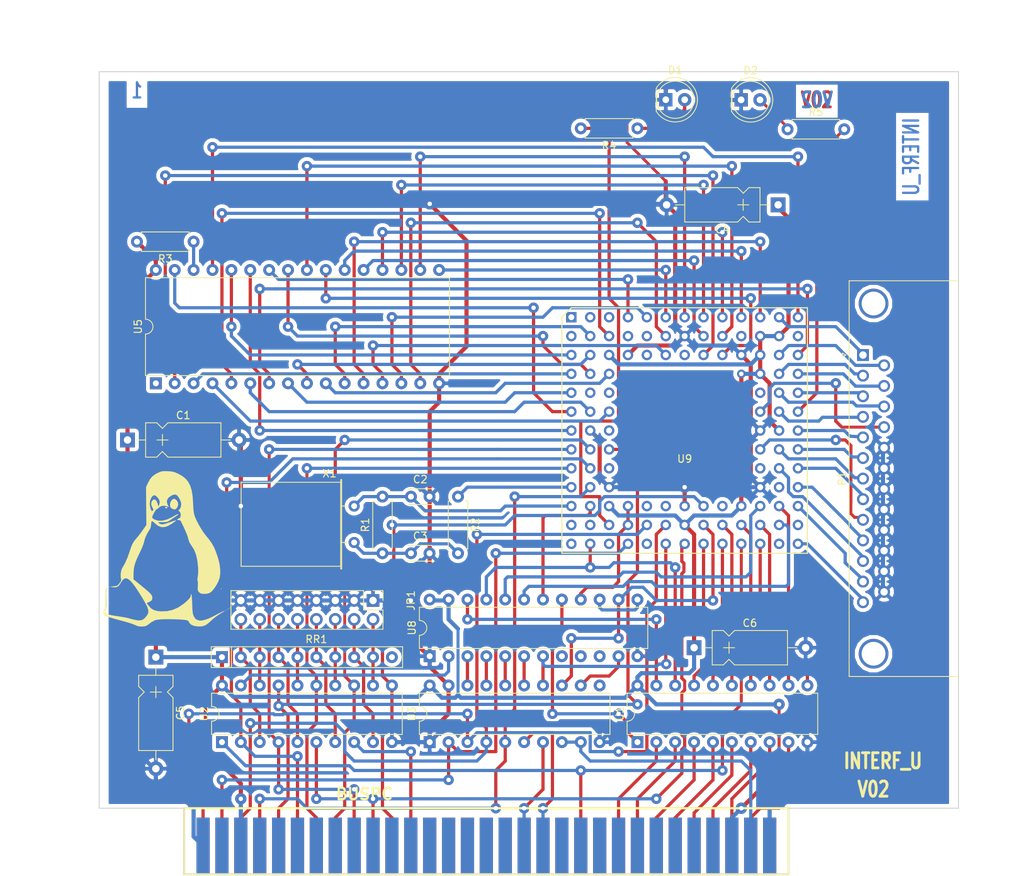
<source format=kicad_pcb>
(kicad_pcb (version 20190331) (host pcbnew "(5.1.0-169-g1fa407f89)")
  (title_block (title "Demo") (rev "2.C") (company "Kicad"))
  (layers (0 "top_copper" signal) (31 "bottom_copper" signal) (34 "B.Paste" user) (35 "F.Paste" user) (36 "B.SilkS" user) (37 "F.SilkS" user) (38 "B.Mask" user) (39 "F.Mask" user) (44 "Edge.Cuts" user))
  (net 0 "")
  (net 1 "/8MH-OUT")
  (net 2 "/ACK")
  (net 3 "/AUTOFD-")
  (net 4 "/BIT0")
  (net 5 "/BIT1")
  (net 6 "/BIT2")
  (net 7 "/BIT3")
  (net 8 "/BIT4")
  (net 9 "/BIT5")
  (net 10 "/BIT6")
  (net 11 "/BIT7")
  (net 12 "/BUST+")
  (net 13 "/CLKLCA")
  (net 14 "/CS1-")
  (net 15 "/D0")
  (net 16 "/D1")
  (net 17 "/D2")
  (net 18 "/D3")
  (net 19 "/D4")
  (net 20 "/D5")
  (net 21 "/D6")
  (net 22 "/D7")
  (net 23 "/DIR")
  (net 24 "/DONE")
  (net 25 "/ENBBUF")
  (net 26 "/ERROR-")
  (net 27 "/INIT-")
  (net 28 "/LED1")
  (net 29 "/LED2")
  (net 30 "/MA0")
  (net 31 "/MA1")
  (net 32 "/MA10")
  (net 33 "/MA11")
  (net 34 "/MA12")
  (net 35 "/MA13")
  (net 36 "/MA14")
  (net 37 "/MA15")
  (net 38 "/MA16")
  (net 39 "/MA2")
  (net 40 "/MA3")
  (net 41 "/MA4")
  (net 42 "/MA5")
  (net 43 "/MA6")
  (net 44 "/MA7")
  (net 45 "/MA8")
  (net 46 "/MA9")
  (net 47 "/MATCHL")
  (net 48 "/MD0")
  (net 49 "/MD1")
  (net 50 "/MD2")
  (net 51 "/MD3")
  (net 52 "/MD4")
  (net 53 "/MD5")
  (net 54 "/MD6")
  (net 55 "/MD7")
  (net 56 "/OE-")
  (net 57 "/PC-A0")
  (net 58 "/PC-A1")
  (net 59 "/PC-A10")
  (net 60 "/PC-A11")
  (net 61 "/PC-A2")
  (net 62 "/PC-A3")
  (net 63 "/PC-A4")
  (net 64 "/PC-A5")
  (net 65 "/PC-A6")
  (net 66 "/PC-A7")
  (net 67 "/PC-A8")
  (net 68 "/PC-A9")
  (net 69 "/PC-AEN")
  (net 70 "/PC-DB0")
  (net 71 "/PC-DB1")
  (net 72 "/PC-DB2")
  (net 73 "/PC-DB3")
  (net 74 "/PC-DB4")
  (net 75 "/PC-DB5")
  (net 76 "/PC-DB6")
  (net 77 "/PC-DB7")
  (net 78 "/PC-IOR")
  (net 79 "/PC-IOW")
  (net 80 "/PC-RD")
  (net 81 "/PC-RST")
  (net 82 "/PC-WR")
  (net 83 "/PE+")
  (net 84 "/PROG-")
  (net 85 "/REF10")
  (net 86 "/REF11")
  (net 87 "/REF4")
  (net 88 "/REF5")
  (net 89 "/REF6")
  (net 90 "/REF7")
  (net 91 "/REF8")
  (net 92 "/REF9")
  (net 93 "/RSTL")
  (net 94 "/SEL_LPT")
  (net 95 "/SLCT+")
  (net 96 "/SLCTIN-")
  (net 97 "/STROBE")
  (net 98 "/WR-")
  (net 99 "/WR_REG")
  (net 100 "GND")
  (net 101 "VCC")
  (net 102 "Net-(C2-Pad1)")
  (net 103 "Net-(C3-Pad1)")
  (net 104 "Net-(R3-Pad1)")
  (net 105 "Net-(U3-Pad15)")
  (net 106 "Net-(U3-Pad16)")
  (net 107 "Net-(U3-Pad17)")
  (net 108 "Net-(U3-Pad18)")
  (net 109 "Net-(D1-Pad2)")
  (net 110 "Net-(D2-Pad2)")
  (net 111 "Net-(BUS1-Pad4)")
  (net 112 "Net-(BUS1-Pad5)")
  (net 113 "Net-(BUS1-Pad6)")
  (net 114 "Net-(BUS1-Pad7)")
  (net 115 "Net-(BUS1-Pad8)")
  (net 116 "Net-(BUS1-Pad9)")
  (net 117 "Net-(BUS1-Pad10)")
  (net 118 "Net-(BUS1-Pad11)")
  (net 119 "Net-(BUS1-Pad12)")
  (net 120 "Net-(BUS1-Pad15)")
  (net 121 "Net-(BUS1-Pad16)")
  (net 122 "Net-(BUS1-Pad17)")
  (net 123 "Net-(BUS1-Pad18)")
  (net 124 "Net-(BUS1-Pad19)")
  (net 125 "Net-(BUS1-Pad20)")
  (net 126 "Net-(BUS1-Pad21)")
  (net 127 "Net-(BUS1-Pad22)")
  (net 128 "Net-(BUS1-Pad23)")
  (net 129 "Net-(BUS1-Pad24)")
  (net 130 "Net-(BUS1-Pad25)")
  (net 131 "Net-(BUS1-Pad26)")
  (net 132 "Net-(BUS1-Pad27)")
  (net 133 "Net-(BUS1-Pad28)")
  (net 134 "Net-(BUS1-Pad30)")
  (net 135 "Net-(BUS1-Pad32)")
  (net 136 "Net-(BUS1-Pad41)")
  (net 137 "Net-(BUS1-Pad43)")
  (net 138 "Net-(BUS1-Pad44)")
  (net 139 "Net-(BUS1-Pad45)")
  (net 140 "Net-(BUS1-Pad46)")
  (net 141 "Net-(BUS1-Pad47)")
  (net 142 "Net-(BUS1-Pad48)")
  (net 143 "Net-(BUS1-Pad49)")
  (net 144 "Net-(BUS1-Pad50)")
  (net 145 "Net-(RR1-Pad10)")
  (net 146 "Net-(U3-Pad11)")
  (net 147 "Net-(U9-PadN1)")
  (net 148 "Net-(U9-PadN3)")
  (net 149 "Net-(U9-PadM1)")
  (net 150 "Net-(U9-PadM2)")
  (net 151 "Net-(U9-PadJ3)")
  (net 152 "Net-(U9-PadE2)")
  (net 153 "Net-(U9-PadE3)")
  (net 154 "Net-(U9-PadC5)")
  (net 155 "Net-(U9-PadB1)")
  (net 156 "Net-(U9-PadB4)")
  (net 157 "Net-(U9-PadB5)")
  (net 158 "Net-(U9-PadB10)")
  (net 159 "Net-(U9-PadB13)")
  (net 160 "Net-(U9-PadA1)")
  (net 161 "Net-(U9-PadA2)")
  (net 162 "Net-(U9-PadA3)")
  (net 163 "Net-(U9-PadN5)")
  (net 164 "Net-(U9-PadN12)")
  (net 165 "Net-(U9-PadL5)")
  (net 166 "Net-(U9-PadL6)")
  (net 167 "Net-(U9-PadL9)")
  (net 168 "Net-(U9-PadK12)")
  (net 169 "Net-(U9-PadJ11)")
  (net 170 "Net-(U9-PadE11)")
  (net 171 "Net-(U8-Pad8)")
  (net 172 "Net-(U8-Pad9)")
  (net 173 "Net-(U8-Pad10)")
  (module "Connector_PinHeader_2.54mm:PinHeader_2x08_P2.54mm_Vertical" (layer "top_copper") (at 116.205 105.41 270)
    (fp_text reference "JP1" (at 0 -5.1 270) (layer "F.SilkS"))
    (fp_text value "CONN_8X2" hide)
    (pad "16" thru_hole oval (at 2.54 17.78 270) (size 1.7 1.7) (drill 1) (layers *.Cu *.Mask) (net 88 "/REF5"))
    (pad "15" thru_hole oval (at 0 17.78 270) (size 1.7 1.7) (drill 1) (layers *.Cu *.Mask) (net 100 "GND"))
    (pad "14" thru_hole oval (at 2.54 15.24 270) (size 1.7 1.7) (drill 1) (layers *.Cu *.Mask) (net 87 "/REF4"))
    (pad "13" thru_hole oval (at 0 15.24 270) (size 1.7 1.7) (drill 1) (layers *.Cu *.Mask) (net 100 "GND"))
    (pad "12" thru_hole oval (at 2.54 12.7 270) (size 1.7 1.7) (drill 1) (layers *.Cu *.Mask) (net 91 "/REF8"))
    (pad "11" thru_hole oval (at 0 12.7 270) (size 1.7 1.7) (drill 1) (layers *.Cu *.Mask) (net 100 "GND"))
    (pad "10" thru_hole oval (at 2.54 10.16 270) (size 1.7 1.7) (drill 1) (layers *.Cu *.Mask) (net 89 "/REF6"))
    (pad "9" thru_hole oval (at 0 10.16 270) (size 1.7 1.7) (drill 1) (layers *.Cu *.Mask) (net 100 "GND"))
    (pad "8" thru_hole oval (at 2.54 7.62 270) (size 1.7 1.7) (drill 1) (layers *.Cu *.Mask) (net 92 "/REF9"))
    (pad "7" thru_hole oval (at 0 7.62 270) (size 1.7 1.7) (drill 1) (layers *.Cu *.Mask) (net 100 "GND"))
    (pad "6" thru_hole oval (at 2.54 5.08 270) (size 1.7 1.7) (drill 1) (layers *.Cu *.Mask) (net 90 "/REF7"))
    (pad "5" thru_hole oval (at 0 5.08 270) (size 1.7 1.7) (drill 1) (layers *.Cu *.Mask) (net 100 "GND"))
    (pad "4" thru_hole oval (at 2.54 2.54 270) (size 1.7 1.7) (drill 1) (layers *.Cu *.Mask) (net 86 "/REF11"))
    (pad "3" thru_hole oval (at 0 2.54 270) (size 1.7 1.7) (drill 1) (layers *.Cu *.Mask) (net 100 "GND"))
    (pad "2" thru_hole oval (at 2.54 0 270) (size 1.7 1.7) (drill 1) (layers *.Cu *.Mask) (net 85 "/REF10"))
    (pad "1" thru_hole rect (at 0 0 270) (size 1.7 1.7) (drill 1) (layers *.Cu *.Mask) (net 100 "GND"))
  )
  (module "Resistor_THT:R_Axial_DIN0207_L6.3mm_D2.5mm_P7.62mm_Horizontal" (layer "top_copper") (at 117.475 99.06 90)
    (fp_text reference "R1" (at 3.81 -2.31 90) (layer "F.SilkS"))
    (fp_text value "100K")
    (pad "2" thru_hole oval (at 7.62 0 90) (size 1.6 1.6) (drill 0.8) (layers *.Cu *.Mask) (net 102 "Net-(C2-Pad1)"))
    (pad "1" thru_hole circle (at 0 0 90) (size 1.6 1.6) (drill 0.8) (layers *.Cu *.Mask) (net 103 "Net-(C3-Pad1)"))
  )
  (module "Resistor_THT:R_Axial_DIN0207_L6.3mm_D2.5mm_P7.62mm_Horizontal" (layer "top_copper") (at 127.635 91.44 270)
    (fp_text reference "R2" (at 3.81 -2.31 270) (layer "F.SilkS"))
    (fp_text value "1K")
    (pad "2" thru_hole oval (at 7.62 0 270) (size 1.6 1.6) (drill 0.8) (layers *.Cu *.Mask) (net 103 "Net-(C3-Pad1)"))
    (pad "1" thru_hole circle (at 0 0 270) (size 1.6 1.6) (drill 0.8) (layers *.Cu *.Mask) (net 1 "/8MH-OUT"))
  )
  (module "Resistor_THT:R_Axial_DIN0207_L6.3mm_D2.5mm_P7.62mm_Horizontal" (layer "top_copper") (at 92.075 57.15 180)
    (fp_text reference "R3" (at 3.81 -2.31 180) (layer "F.SilkS"))
    (fp_text value "10K")
    (pad "2" thru_hole oval (at 7.62 0 180) (size 1.6 1.6) (drill 0.8) (layers *.Cu *.Mask) (net 101 "VCC"))
    (pad "1" thru_hole circle (at 0 0 180) (size 1.6 1.6) (drill 0.8) (layers *.Cu *.Mask) (net 104 "Net-(R3-Pad1)"))
  )
  (module "Resistor_THT:R_Axial_DIN0207_L6.3mm_D2.5mm_P7.62mm_Horizontal" (layer "top_copper") (at 151.765 41.91 180)
    (fp_text reference "R4" (at 3.81 -2.31 180) (layer "F.SilkS"))
    (fp_text value "330")
    (pad "2" thru_hole oval (at 7.62 0 180) (size 1.6 1.6) (drill 0.8) (layers *.Cu *.Mask) (net 28 "/LED1"))
    (pad "1" thru_hole circle (at 0 0 180) (size 1.6 1.6) (drill 0.8) (layers *.Cu *.Mask) (net 109 "Net-(D1-Pad2)"))
  )
  (module "Resistor_THT:R_Axial_DIN0207_L6.3mm_D2.5mm_P7.62mm_Horizontal" (layer "top_copper") (at 171.958 42.037)
    (fp_text reference "R5" (at 3.81 -2.31) (layer "F.SilkS"))
    (fp_text value "330")
    (pad "2" thru_hole oval (at 7.62 0) (size 1.6 1.6) (drill 0.8) (layers *.Cu *.Mask) (net 29 "/LED2"))
    (pad "1" thru_hole circle (at 0 0) (size 1.6 1.6) (drill 0.8) (layers *.Cu *.Mask) (net 110 "Net-(D2-Pad2)"))
  )
  (module "interf_u:BUS_PC" (layer "top_copper") (at 131.445 138.43)
    (fp_text reference "BUS1" hide)
    (fp_text value "BUSPC" (at -16.4 -7) (layer "F.SilkS") (effects (font (size 1.524 1.524) (thickness 0.3048))))
    (pad "62" connect rect (at -38.1 0) (size 1.778 7.62) (layers "top_copper" "F.Mask") (net 57 "/PC-A0"))
    (pad "61" connect rect (at -35.56 0) (size 1.778 7.62) (layers "top_copper" "F.Mask") (net 58 "/PC-A1"))
    (pad "60" connect rect (at -33.02 0) (size 1.778 7.62) (layers "top_copper" "F.Mask") (net 61 "/PC-A2"))
    (pad "59" connect rect (at -30.48 0) (size 1.778 7.62) (layers "top_copper" "F.Mask") (net 62 "/PC-A3"))
    (pad "58" connect rect (at -27.94 0) (size 1.778 7.62) (layers "top_copper" "F.Mask") (net 63 "/PC-A4"))
    (pad "57" connect rect (at -25.4 0) (size 1.778 7.62) (layers "top_copper" "F.Mask") (net 64 "/PC-A5"))
    (pad "56" connect rect (at -22.86 0) (size 1.778 7.62) (layers "top_copper" "F.Mask") (net 65 "/PC-A6"))
    (pad "55" connect rect (at -20.32 0) (size 1.778 7.62) (layers "top_copper" "F.Mask") (net 66 "/PC-A7"))
    (pad "54" connect rect (at -17.78 0) (size 1.778 7.62) (layers "top_copper" "F.Mask") (net 67 "/PC-A8"))
    (pad "53" connect rect (at -15.24 0) (size 1.778 7.62) (layers "top_copper" "F.Mask") (net 68 "/PC-A9"))
    (pad "52" connect rect (at -12.7 0) (size 1.778 7.62) (layers "top_copper" "F.Mask") (net 59 "/PC-A10"))
    (pad "51" connect rect (at -10.16 0) (size 1.778 7.62) (layers "top_copper" "F.Mask") (net 60 "/PC-A11"))
    (pad "50" connect rect (at -7.62 0) (size 1.778 7.62) (layers "top_copper" "F.Mask") (net 144 "Net-(BUS1-Pad50)"))
    (pad "49" connect rect (at -5.08 0) (size 1.778 7.62) (layers "top_copper" "F.Mask") (net 143 "Net-(BUS1-Pad49)"))
    (pad "48" connect rect (at -2.54 0) (size 1.778 7.62) (layers "top_copper" "F.Mask") (net 142 "Net-(BUS1-Pad48)"))
    (pad "47" connect rect (at 0 0) (size 1.778 7.62) (layers "top_copper" "F.Mask") (net 141 "Net-(BUS1-Pad47)"))
    (pad "46" connect rect (at 2.54 0) (size 1.778 7.62) (layers "top_copper" "F.Mask") (net 140 "Net-(BUS1-Pad46)"))
    (pad "45" connect rect (at 5.08 0) (size 1.778 7.62) (layers "top_copper" "F.Mask") (net 139 "Net-(BUS1-Pad45)"))
    (pad "44" connect rect (at 7.62 0) (size 1.778 7.62) (layers "top_copper" "F.Mask") (net 138 "Net-(BUS1-Pad44)"))
    (pad "43" connect rect (at 10.16 0) (size 1.778 7.62) (layers "top_copper" "F.Mask") (net 137 "Net-(BUS1-Pad43)"))
    (pad "42" connect rect (at 12.7 0) (size 1.778 7.62) (layers "top_copper" "F.Mask") (net 69 "/PC-AEN"))
    (pad "41" connect rect (at 15.24 0) (size 1.778 7.62) (layers "top_copper" "F.Mask") (net 136 "Net-(BUS1-Pad41)"))
    (pad "40" connect rect (at 17.78 0) (size 1.778 7.62) (layers "top_copper" "F.Mask") (net 70 "/PC-DB0"))
    (pad "39" connect rect (at 20.32 0) (size 1.778 7.62) (layers "top_copper" "F.Mask") (net 71 "/PC-DB1"))
    (pad "38" connect rect (at 22.86 0) (size 1.778 7.62) (layers "top_copper" "F.Mask") (net 72 "/PC-DB2"))
    (pad "37" connect rect (at 25.4 0) (size 1.778 7.62) (layers "top_copper" "F.Mask") (net 73 "/PC-DB3"))
    (pad "36" connect rect (at 27.94 0) (size 1.778 7.62) (layers "top_copper" "F.Mask") (net 74 "/PC-DB4"))
    (pad "35" connect rect (at 30.48 0) (size 1.778 7.62) (layers "top_copper" "F.Mask") (net 75 "/PC-DB5"))
    (pad "34" connect rect (at 33.02 0) (size 1.778 7.62) (layers "top_copper" "F.Mask") (net 76 "/PC-DB6"))
    (pad "33" connect rect (at 35.56 0) (size 1.778 7.62) (layers "top_copper" "F.Mask") (net 77 "/PC-DB7"))
    (pad "32" connect rect (at 38.1 0) (size 1.778 7.62) (layers "top_copper" "F.Mask") (net 135 "Net-(BUS1-Pad32)"))
    (pad "31" connect rect (at -38.1 0) (size 1.778 7.62) (layers "bottom_copper" "B.Mask") (net 100 "GND"))
    (pad "30" connect rect (at -35.56 0) (size 1.778 7.62) (layers "bottom_copper" "B.Mask") (net 134 "Net-(BUS1-Pad30)"))
    (pad "29" connect rect (at -33.02 0) (size 1.778 7.62) (layers "bottom_copper" "B.Mask") (net 101 "VCC"))
    (pad "28" connect rect (at -30.48 0) (size 1.778 7.62) (layers "bottom_copper" "B.Mask") (net 133 "Net-(BUS1-Pad28)"))
    (pad "27" connect rect (at -27.94 0) (size 1.778 7.62) (layers "bottom_copper" "B.Mask") (net 132 "Net-(BUS1-Pad27)"))
    (pad "26" connect rect (at -25.4 0) (size 1.778 7.62) (layers "bottom_copper" "B.Mask") (net 131 "Net-(BUS1-Pad26)"))
    (pad "25" connect rect (at -22.86 0) (size 1.778 7.62) (layers "bottom_copper" "B.Mask") (net 130 "Net-(BUS1-Pad25)"))
    (pad "24" connect rect (at -20.32 0) (size 1.778 7.62) (layers "bottom_copper" "B.Mask") (net 129 "Net-(BUS1-Pad24)"))
    (pad "23" connect rect (at -17.78 0) (size 1.778 7.62) (layers "bottom_copper" "B.Mask") (net 128 "Net-(BUS1-Pad23)"))
    (pad "22" connect rect (at -15.24 0) (size 1.778 7.62) (layers "bottom_copper" "B.Mask") (net 127 "Net-(BUS1-Pad22)"))
    (pad "21" connect rect (at -12.7 0) (size 1.778 7.62) (layers "bottom_copper" "B.Mask") (net 126 "Net-(BUS1-Pad21)"))
    (pad "20" connect rect (at -10.16 0) (size 1.778 7.62) (layers "bottom_copper" "B.Mask") (net 125 "Net-(BUS1-Pad20)"))
    (pad "19" connect rect (at -7.62 0) (size 1.778 7.62) (layers "bottom_copper" "B.Mask") (net 124 "Net-(BUS1-Pad19)"))
    (pad "18" connect rect (at -5.08 0) (size 1.778 7.62) (layers "bottom_copper" "B.Mask") (net 123 "Net-(BUS1-Pad18)"))
    (pad "17" connect rect (at -2.54 0) (size 1.778 7.62) (layers "bottom_copper" "B.Mask") (net 122 "Net-(BUS1-Pad17)"))
    (pad "16" connect rect (at 0 0) (size 1.778 7.62) (layers "bottom_copper" "B.Mask") (net 121 "Net-(BUS1-Pad16)"))
    (pad "15" connect rect (at 2.54 0) (size 1.778 7.62) (layers "bottom_copper" "B.Mask") (net 120 "Net-(BUS1-Pad15)"))
    (pad "14" connect rect (at 5.08 0) (size 1.778 7.62) (layers "bottom_copper" "B.Mask") (net 78 "/PC-IOR"))
    (pad "13" connect rect (at 7.62 0) (size 1.778 7.62) (layers "bottom_copper" "B.Mask") (net 79 "/PC-IOW"))
    (pad "12" connect rect (at 10.16 0) (size 1.778 7.62) (layers "bottom_copper" "B.Mask") (net 119 "Net-(BUS1-Pad12)"))
    (pad "11" connect rect (at 12.7 0) (size 1.778 7.62) (layers "bottom_copper" "B.Mask") (net 118 "Net-(BUS1-Pad11)"))
    (pad "10" connect rect (at 15.24 0) (size 1.778 7.62) (layers "bottom_copper" "B.Mask") (net 117 "Net-(BUS1-Pad10)"))
    (pad "9" connect rect (at 17.78 0) (size 1.778 7.62) (layers "bottom_copper" "B.Mask") (net 116 "Net-(BUS1-Pad9)"))
    (pad "8" connect rect (at 20.32 0) (size 1.778 7.62) (layers "bottom_copper" "B.Mask") (net 115 "Net-(BUS1-Pad8)"))
    (pad "7" connect rect (at 22.86 0) (size 1.778 7.62) (layers "bottom_copper" "B.Mask") (net 114 "Net-(BUS1-Pad7)"))
    (pad "6" connect rect (at 25.4 0) (size 1.778 7.62) (layers "bottom_copper" "B.Mask") (net 113 "Net-(BUS1-Pad6)"))
    (pad "5" connect rect (at 27.94 0) (size 1.778 7.62) (layers "bottom_copper" "B.Mask") (net 112 "Net-(BUS1-Pad5)"))
    (pad "4" connect rect (at 30.48 0) (size 1.778 7.62) (layers "bottom_copper" "B.Mask") (net 111 "Net-(BUS1-Pad4)"))
    (pad "3" connect rect (at 33.02 0) (size 1.778 7.62) (layers "bottom_copper" "B.Mask") (net 101 "VCC"))
    (pad "2" connect rect (at 35.56 0) (size 1.778 7.62) (layers "bottom_copper" "B.Mask") (net 81 "/PC-RST"))
    (pad "1" connect rect (at 38.1 0) (size 1.778 7.62) (layers "bottom_copper" "B.Mask") (net 100 "GND"))
  )
  (module "interf_u:PGA120" (layer "top_copper") (at 158.115 82.55 180)
    (fp_text reference "U9" (at 0 -3.81 180) (layer "F.SilkS"))
    (fp_text value "4003APG120")
    (pad "N1" thru_hole circle (at 15.24 -15.24 180) (size 1.4 1.4) (drill 0.8) (layers *.Cu *.Mask) (net 147 "Net-(U9-PadN1)"))
    (pad "N2" thru_hole circle (at 12.7 -15.24 180) (size 1.4 1.4) (drill 0.8) (layers *.Cu *.Mask) (net 15 "/D0"))
    (pad "N3" thru_hole circle (at 10.16 -15.24 180) (size 1.4 1.4) (drill 0.8) (layers *.Cu *.Mask) (net 148 "Net-(U9-PadN3)"))
    (pad "M1" thru_hole circle (at 15.24 -12.7 180) (size 1.4 1.4) (drill 0.8) (layers *.Cu *.Mask) (net 149 "Net-(U9-PadM1)"))
    (pad "M2" thru_hole circle (at 12.7 -12.7 180) (size 1.4 1.4) (drill 0.8) (layers *.Cu *.Mask) (net 150 "Net-(U9-PadM2)"))
    (pad "M3" thru_hole circle (at 10.16 -12.7 180) (size 1.4 1.4) (drill 0.8) (layers *.Cu *.Mask) (net 28 "/LED1"))
    (pad "L1" thru_hole circle (at 15.24 -10.16 180) (size 1.4 1.4) (drill 0.8) (layers *.Cu *.Mask) (net 102 "Net-(C2-Pad1)"))
    (pad "L2" thru_hole circle (at 12.7 -10.16 180) (size 1.4 1.4) (drill 0.8) (layers *.Cu *.Mask) (net 94 "/SEL_LPT"))
    (pad "L3" thru_hole circle (at 10.16 -10.16 180) (size 1.4 1.4) (drill 0.8) (layers *.Cu *.Mask) (net 101 "VCC"))
    (pad "K1" thru_hole circle (at 15.24 -7.62 180) (size 1.4 1.4) (drill 0.8) (layers *.Cu *.Mask) (net 1 "/8MH-OUT"))
    (pad "K2" thru_hole circle (at 12.7 -7.62 180) (size 1.4 1.4) (drill 0.8) (layers *.Cu *.Mask) (net 62 "/PC-A3"))
    (pad "K3" thru_hole circle (at 10.16 -7.62 180) (size 1.4 1.4) (drill 0.8) (layers *.Cu *.Mask) (net 100 "GND"))
    (pad "J1" thru_hole circle (at 15.24 -5.08 180) (size 1.4 1.4) (drill 0.8) (layers *.Cu *.Mask) (net 65 "/PC-A6"))
    (pad "J2" thru_hole circle (at 12.7 -5.08 180) (size 1.4 1.4) (drill 0.8) (layers *.Cu *.Mask) (net 64 "/PC-A5"))
    (pad "J3" thru_hole circle (at 10.16 -5.08 180) (size 1.4 1.4) (drill 0.8) (layers *.Cu *.Mask) (net 151 "Net-(U9-PadJ3)"))
    (pad "H1" thru_hole circle (at 15.24 -2.54 180) (size 1.4 1.4) (drill 0.8) (layers *.Cu *.Mask) (net 67 "/PC-A8"))
    (pad "H2" thru_hole circle (at 12.7 -2.54 180) (size 1.4 1.4) (drill 0.8) (layers *.Cu *.Mask) (net 66 "/PC-A7"))
    (pad "H3" thru_hole circle (at 10.16 -2.54 180) (size 1.4 1.4) (drill 0.8) (layers *.Cu *.Mask) (net 63 "/PC-A4"))
    (pad "G1" thru_hole circle (at 15.24 0 180) (size 1.4 1.4) (drill 0.8) (layers *.Cu *.Mask) (net 45 "/MA8"))
    (pad "G2" thru_hole circle (at 12.7 0 180) (size 1.4 1.4) (drill 0.8) (layers *.Cu *.Mask) (net 100 "GND"))
    (pad "G3" thru_hole circle (at 10.16 0 180) (size 1.4 1.4) (drill 0.8) (layers *.Cu *.Mask))
    (pad "F1" thru_hole circle (at 15.24 2.54 180) (size 1.4 1.4) (drill 0.8) (layers *.Cu *.Mask) (net 37 "/MA15"))
    (pad "F2" thru_hole circle (at 12.7 2.54 180) (size 1.4 1.4) (drill 0.8) (layers *.Cu *.Mask) (net 43 "/MA6"))
    (pad "F3" thru_hole circle (at 10.16 2.54 180) (size 1.4 1.4) (drill 0.8) (layers *.Cu *.Mask) (net 34 "/MA12"))
    (pad "E1" thru_hole circle (at 15.24 5.08 180) (size 1.4 1.4) (drill 0.8) (layers *.Cu *.Mask) (net 41 "/MA4"))
    (pad "E2" thru_hole circle (at 12.7 5.08 180) (size 1.4 1.4) (drill 0.8) (layers *.Cu *.Mask) (net 152 "Net-(U9-PadE2)"))
    (pad "E3" thru_hole circle (at 10.16 5.08 180) (size 1.4 1.4) (drill 0.8) (layers *.Cu *.Mask) (net 153 "Net-(U9-PadE3)"))
    (pad "D1" thru_hole circle (at 15.24 7.62 180) (size 1.4 1.4) (drill 0.8) (layers *.Cu *.Mask) (net 36 "/MA14"))
    (pad "D2" thru_hole circle (at 12.7 7.62 180) (size 1.4 1.4) (drill 0.8) (layers *.Cu *.Mask) (net 33 "/MA11"))
    (pad "D3" thru_hole circle (at 10.16 7.62 180) (size 1.4 1.4) (drill 0.8) (layers *.Cu *.Mask) (net 39 "/MA2"))
    (pad "C1" thru_hole circle (at 15.24 10.16 180) (size 1.4 1.4) (drill 0.8) (layers *.Cu *.Mask) (net 35 "/MA13"))
    (pad "C2" thru_hole circle (at 12.7 10.16 180) (size 1.4 1.4) (drill 0.8) (layers *.Cu *.Mask) (net 40 "/MA3"))
    (pad "C3" thru_hole circle (at 10.16 10.16 180) (size 1.4 1.4) (drill 0.8) (layers *.Cu *.Mask) (net 101 "VCC"))
    (pad "C4" thru_hole circle (at 7.62 10.16 180) (size 1.4 1.4) (drill 0.8) (layers *.Cu *.Mask) (net 100 "GND"))
    (pad "C5" thru_hole circle (at 5.08 10.16 180) (size 1.4 1.4) (drill 0.8) (layers *.Cu *.Mask) (net 154 "Net-(U9-PadC5)"))
    (pad "C6" thru_hole circle (at 2.54 10.16 180) (size 1.4 1.4) (drill 0.8) (layers *.Cu *.Mask) (net 48 "/MD0"))
    (pad "C7" thru_hole circle (at 0 10.16 180) (size 1.4 1.4) (drill 0.8) (layers *.Cu *.Mask))
    (pad "C8" thru_hole circle (at -2.54 10.16 180) (size 1.4 1.4) (drill 0.8) (layers *.Cu *.Mask) (net 38 "/MA16"))
    (pad "C9" thru_hole circle (at -5.08 10.16 180) (size 1.4 1.4) (drill 0.8) (layers *.Cu *.Mask) (net 32 "/MA10"))
    (pad "C10" thru_hole circle (at -7.62 10.16 180) (size 1.4 1.4) (drill 0.8) (layers *.Cu *.Mask) (net 100 "GND"))
    (pad "C11" thru_hole circle (at -10.16 10.16 180) (size 1.4 1.4) (drill 0.8) (layers *.Cu *.Mask) (net 101 "VCC"))
    (pad "C12" thru_hole circle (at -12.7 10.16 180) (size 1.4 1.4) (drill 0.8) (layers *.Cu *.Mask) (net 3 "/AUTOFD-"))
    (pad "C13" thru_hole circle (at -15.24 10.16 180) (size 1.4 1.4) (drill 0.8) (layers *.Cu *.Mask) (net 42 "/MA5"))
    (pad "B1" thru_hole circle (at 15.24 12.7 180) (size 1.4 1.4) (drill 0.8) (layers *.Cu *.Mask) (net 155 "Net-(U9-PadB1)"))
    (pad "B2" thru_hole circle (at 12.7 12.7 180) (size 1.4 1.4) (drill 0.8) (layers *.Cu *.Mask) (net 31 "/MA1"))
    (pad "B3" thru_hole circle (at 10.16 12.7 180) (size 1.4 1.4) (drill 0.8) (layers *.Cu *.Mask) (net 44 "/MA7"))
    (pad "B4" thru_hole circle (at 7.62 12.7 180) (size 1.4 1.4) (drill 0.8) (layers *.Cu *.Mask) (net 156 "Net-(U9-PadB4)"))
    (pad "B5" thru_hole circle (at 5.08 12.7 180) (size 1.4 1.4) (drill 0.8) (layers *.Cu *.Mask) (net 157 "Net-(U9-PadB5)"))
    (pad "B6" thru_hole circle (at 2.54 12.7 180) (size 1.4 1.4) (drill 0.8) (layers *.Cu *.Mask) (net 50 "/MD2"))
    (pad "B7" thru_hole circle (at 0 12.7 180) (size 1.4 1.4) (drill 0.8) (layers *.Cu *.Mask) (net 100 "GND"))
    (pad "B8" thru_hole circle (at -2.54 12.7 180) (size 1.4 1.4) (drill 0.8) (layers *.Cu *.Mask) (net 55 "/MD7"))
    (pad "B9" thru_hole circle (at -5.08 12.7 180) (size 1.4 1.4) (drill 0.8) (layers *.Cu *.Mask) (net 56 "/OE-"))
    (pad "B10" thru_hole circle (at -7.62 12.7 180) (size 1.4 1.4) (drill 0.8) (layers *.Cu *.Mask) (net 158 "Net-(U9-PadB10)"))
    (pad "B11" thru_hole circle (at -10.16 12.7 180) (size 1.4 1.4) (drill 0.8) (layers *.Cu *.Mask) (net 101 "VCC"))
    (pad "B12" thru_hole circle (at -12.7 12.7 180) (size 1.4 1.4) (drill 0.8) (layers *.Cu *.Mask) (net 101 "VCC"))
    (pad "B13" thru_hole circle (at -15.24 12.7 180) (size 1.4 1.4) (drill 0.8) (layers *.Cu *.Mask) (net 159 "Net-(U9-PadB13)"))
    (pad "A1" thru_hole rect (at 15.24 15.24 180) (size 1.4 1.4) (drill 0.8) (layers *.Cu *.Mask) (net 160 "Net-(U9-PadA1)"))
    (pad "A2" thru_hole circle (at 12.7 15.24 180) (size 1.4 1.4) (drill 0.8) (layers *.Cu *.Mask) (net 161 "Net-(U9-PadA2)"))
    (pad "A3" thru_hole circle (at 10.16 15.24 180) (size 1.4 1.4) (drill 0.8) (layers *.Cu *.Mask) (net 162 "Net-(U9-PadA3)"))
    (pad "A4" thru_hole circle (at 7.62 15.24 180) (size 1.4 1.4) (drill 0.8) (layers *.Cu *.Mask) (net 46 "/MA9"))
    (pad "A5" thru_hole circle (at 5.08 15.24 180) (size 1.4 1.4) (drill 0.8) (layers *.Cu *.Mask) (net 49 "/MD1"))
    (pad "A6" thru_hole circle (at 2.54 15.24 180) (size 1.4 1.4) (drill 0.8) (layers *.Cu *.Mask) (net 51 "/MD3"))
    (pad "A7" thru_hole circle (at 0 15.24 180) (size 1.4 1.4) (drill 0.8) (layers *.Cu *.Mask) (net 52 "/MD4"))
    (pad "A8" thru_hole circle (at -2.54 15.24 180) (size 1.4 1.4) (drill 0.8) (layers *.Cu *.Mask) (net 53 "/MD5"))
    (pad "A9" thru_hole circle (at -5.08 15.24 180) (size 1.4 1.4) (drill 0.8) (layers *.Cu *.Mask) (net 54 "/MD6"))
    (pad "A10" thru_hole circle (at -7.62 15.24 180) (size 1.4 1.4) (drill 0.8) (layers *.Cu *.Mask) (net 14 "/CS1-"))
    (pad "A11" thru_hole circle (at -10.16 15.24 180) (size 1.4 1.4) (drill 0.8) (layers *.Cu *.Mask) (net 30 "/MA0"))
    (pad "A12" thru_hole circle (at -12.7 15.24 180) (size 1.4 1.4) (drill 0.8) (layers *.Cu *.Mask) (net 97 "/STROBE"))
    (pad "A13" thru_hole circle (at -15.24 15.24 180) (size 1.4 1.4) (drill 0.8) (layers *.Cu *.Mask) (net 98 "/WR-"))
    (pad "N4" thru_hole circle (at 7.62 -15.24 180) (size 1.4 1.4) (drill 0.8) (layers *.Cu *.Mask) (net 58 "/PC-A1"))
    (pad "N5" thru_hole circle (at 5.08 -15.24 180) (size 1.4 1.4) (drill 0.8) (layers *.Cu *.Mask) (net 163 "Net-(U9-PadN5)"))
    (pad "N6" thru_hole circle (at 2.54 -15.24 180) (size 1.4 1.4) (drill 0.8) (layers *.Cu *.Mask) (net 82 "/PC-WR"))
    (pad "N7" thru_hole circle (at 0 -15.24 180) (size 1.4 1.4) (drill 0.8) (layers *.Cu *.Mask) (net 68 "/PC-A9"))
    (pad "N8" thru_hole circle (at -2.54 -15.24 180) (size 1.4 1.4) (drill 0.8) (layers *.Cu *.Mask) (net 16 "/D1"))
    (pad "N9" thru_hole circle (at -5.08 -15.24 180) (size 1.4 1.4) (drill 0.8) (layers *.Cu *.Mask) (net 17 "/D2"))
    (pad "N10" thru_hole circle (at -7.62 -15.24 180) (size 1.4 1.4) (drill 0.8) (layers *.Cu *.Mask) (net 69 "/PC-AEN"))
    (pad "N11" thru_hole circle (at -10.16 -15.24 180) (size 1.4 1.4) (drill 0.8) (layers *.Cu *.Mask) (net 20 "/D5"))
    (pad "N12" thru_hole circle (at -12.7 -15.24 180) (size 1.4 1.4) (drill 0.8) (layers *.Cu *.Mask) (net 164 "Net-(U9-PadN12)"))
    (pad "N13" thru_hole circle (at -15.24 -15.24 180) (size 1.4 1.4) (drill 0.8) (layers *.Cu *.Mask) (net 95 "/SLCT+"))
    (pad "M4" thru_hole circle (at 7.62 -12.7 180) (size 1.4 1.4) (drill 0.8) (layers *.Cu *.Mask) (net 13 "/CLKLCA"))
    (pad "M5" thru_hole circle (at 5.08 -12.7 180) (size 1.4 1.4) (drill 0.8) (layers *.Cu *.Mask) (net 61 "/PC-A2"))
    (pad "M6" thru_hole circle (at 2.54 -12.7 180) (size 1.4 1.4) (drill 0.8) (layers *.Cu *.Mask) (net 57 "/PC-A0"))
    (pad "M7" thru_hole circle (at 0 -12.7 180) (size 1.4 1.4) (drill 0.8) (layers *.Cu *.Mask) (net 101 "VCC"))
    (pad "M8" thru_hole circle (at -2.54 -12.7 180) (size 1.4 1.4) (drill 0.8) (layers *.Cu *.Mask) (net 80 "/PC-RD"))
    (pad "M9" thru_hole circle (at -5.08 -12.7 180) (size 1.4 1.4) (drill 0.8) (layers *.Cu *.Mask) (net 18 "/D3"))
    (pad "M10" thru_hole circle (at -7.62 -12.7 180) (size 1.4 1.4) (drill 0.8) (layers *.Cu *.Mask) (net 19 "/D4"))
    (pad "M11" thru_hole circle (at -10.16 -12.7 180) (size 1.4 1.4) (drill 0.8) (layers *.Cu *.Mask) (net 21 "/D6"))
    (pad "M12" thru_hole circle (at -12.7 -12.7 180) (size 1.4 1.4) (drill 0.8) (layers *.Cu *.Mask) (net 84 "/PROG-"))
    (pad "M13" thru_hole circle (at -15.24 -12.7 180) (size 1.4 1.4) (drill 0.8) (layers *.Cu *.Mask))
    (pad "L4" thru_hole circle (at 7.62 -10.16 180) (size 1.4 1.4) (drill 0.8) (layers *.Cu *.Mask) (net 13 "/CLKLCA"))
    (pad "L5" thru_hole circle (at 5.08 -10.16 180) (size 1.4 1.4) (drill 0.8) (layers *.Cu *.Mask) (net 165 "Net-(U9-PadL5)"))
    (pad "L6" thru_hole circle (at 2.54 -10.16 180) (size 1.4 1.4) (drill 0.8) (layers *.Cu *.Mask) (net 166 "Net-(U9-PadL6)"))
    (pad "L7" thru_hole circle (at 0 -10.16 180) (size 1.4 1.4) (drill 0.8) (layers *.Cu *.Mask) (net 100 "GND"))
    (pad "L8" thru_hole circle (at -2.54 -10.16 180) (size 1.4 1.4) (drill 0.8) (layers *.Cu *.Mask) (net 59 "/PC-A10"))
    (pad "L9" thru_hole circle (at -5.08 -10.16 180) (size 1.4 1.4) (drill 0.8) (layers *.Cu *.Mask) (net 167 "Net-(U9-PadL9)"))
    (pad "L10" thru_hole circle (at -7.62 -10.16 180) (size 1.4 1.4) (drill 0.8) (layers *.Cu *.Mask) (net 101 "VCC"))
    (pad "L11" thru_hole circle (at -10.16 -10.16 180) (size 1.4 1.4) (drill 0.8) (layers *.Cu *.Mask) (net 24 "/DONE"))
    (pad "L12" thru_hole circle (at -12.7 -10.16 180) (size 1.4 1.4) (drill 0.8) (layers *.Cu *.Mask) (net 22 "/D7"))
    (pad "L13" thru_hole circle (at -15.24 -10.16 180) (size 1.4 1.4) (drill 0.8) (layers *.Cu *.Mask) (net 83 "/PE+"))
    (pad "K11" thru_hole circle (at -10.16 -7.62 180) (size 1.4 1.4) (drill 0.8) (layers *.Cu *.Mask) (net 100 "GND"))
    (pad "K12" thru_hole circle (at -12.7 -7.62 180) (size 1.4 1.4) (drill 0.8) (layers *.Cu *.Mask) (net 168 "Net-(U9-PadK12)"))
    (pad "K13" thru_hole circle (at -15.24 -7.62 180) (size 1.4 1.4) (drill 0.8) (layers *.Cu *.Mask) (net 2 "/ACK"))
    (pad "J11" thru_hole circle (at -10.16 -5.08 180) (size 1.4 1.4) (drill 0.8) (layers *.Cu *.Mask) (net 169 "Net-(U9-PadJ11)"))
    (pad "J12" thru_hole circle (at -12.7 -5.08 180) (size 1.4 1.4) (drill 0.8) (layers *.Cu *.Mask) (net 12 "/BUST+"))
    (pad "J13" thru_hole circle (at -15.24 -5.08 180) (size 1.4 1.4) (drill 0.8) (layers *.Cu *.Mask) (net 10 "/BIT6"))
    (pad "H11" thru_hole circle (at -10.16 -2.54 180) (size 1.4 1.4) (drill 0.8) (layers *.Cu *.Mask) (net 11 "/BIT7"))
    (pad "H12" thru_hole circle (at -12.7 -2.54 180) (size 1.4 1.4) (drill 0.8) (layers *.Cu *.Mask) (net 9 "/BIT5"))
    (pad "H13" thru_hole circle (at -15.24 -2.54 180) (size 1.4 1.4) (drill 0.8) (layers *.Cu *.Mask) (net 8 "/BIT4"))
    (pad "G11" thru_hole circle (at -10.16 0 180) (size 1.4 1.4) (drill 0.8) (layers *.Cu *.Mask) (net 100 "GND"))
    (pad "G12" thru_hole circle (at -12.7 0 180) (size 1.4 1.4) (drill 0.8) (layers *.Cu *.Mask) (net 101 "VCC"))
    (pad "G13" thru_hole circle (at -15.24 0 180) (size 1.4 1.4) (drill 0.8) (layers *.Cu *.Mask) (net 7 "/BIT3"))
    (pad "F11" thru_hole circle (at -10.16 2.54 180) (size 1.4 1.4) (drill 0.8) (layers *.Cu *.Mask) (net 96 "/SLCTIN-"))
    (pad "F12" thru_hole circle (at -12.7 2.54 180) (size 1.4 1.4) (drill 0.8) (layers *.Cu *.Mask) (net 6 "/BIT2"))
    (pad "F13" thru_hole circle (at -15.24 2.54 180) (size 1.4 1.4) (drill 0.8) (layers *.Cu *.Mask) (net 29 "/LED2"))
    (pad "E11" thru_hole circle (at -10.16 5.08 180) (size 1.4 1.4) (drill 0.8) (layers *.Cu *.Mask) (net 170 "Net-(U9-PadE11)"))
    (pad "E12" thru_hole circle (at -12.7 5.08 180) (size 1.4 1.4) (drill 0.8) (layers *.Cu *.Mask) (net 27 "/INIT-"))
    (pad "E13" thru_hole circle (at -15.24 5.08 180) (size 1.4 1.4) (drill 0.8) (layers *.Cu *.Mask) (net 5 "/BIT1"))
    (pad "D11" thru_hole circle (at -10.16 7.62 180) (size 1.4 1.4) (drill 0.8) (layers *.Cu *.Mask) (net 101 "VCC"))
    (pad "D12" thru_hole circle (at -12.7 7.62 180) (size 1.4 1.4) (drill 0.8) (layers *.Cu *.Mask) (net 4 "/BIT0"))
    (pad "D13" thru_hole circle (at -15.24 7.62 180) (size 1.4 1.4) (drill 0.8) (layers *.Cu *.Mask) (net 26 "/ERROR-"))
  )
  (module "Resistor_THT:R_Array_SIP10" (layer "top_copper") (at 95.885 113.03)
    (fp_text reference "RR1" (at 12.7 -2.4) (layer "F.SilkS"))
    (fp_text value "9x1K")
    (pad "1" thru_hole rect (at 0 0) (size 1.6 1.6) (drill 0.8) (layers *.Cu *.Mask) (net 101 "VCC"))
    (pad "2" thru_hole oval (at 2.54 0) (size 1.6 1.6) (drill 0.8) (layers *.Cu *.Mask) (net 88 "/REF5"))
    (pad "3" thru_hole oval (at 5.08 0) (size 1.6 1.6) (drill 0.8) (layers *.Cu *.Mask) (net 87 "/REF4"))
    (pad "4" thru_hole oval (at 7.62 0) (size 1.6 1.6) (drill 0.8) (layers *.Cu *.Mask) (net 91 "/REF8"))
    (pad "5" thru_hole oval (at 10.16 0) (size 1.6 1.6) (drill 0.8) (layers *.Cu *.Mask) (net 89 "/REF6"))
    (pad "6" thru_hole oval (at 12.7 0) (size 1.6 1.6) (drill 0.8) (layers *.Cu *.Mask) (net 92 "/REF9"))
    (pad "7" thru_hole oval (at 15.24 0) (size 1.6 1.6) (drill 0.8) (layers *.Cu *.Mask) (net 90 "/REF7"))
    (pad "8" thru_hole oval (at 17.78 0) (size 1.6 1.6) (drill 0.8) (layers *.Cu *.Mask) (net 86 "/REF11"))
    (pad "9" thru_hole oval (at 20.32 0) (size 1.6 1.6) (drill 0.8) (layers *.Cu *.Mask) (net 85 "/REF10"))
    (pad "10" thru_hole oval (at 22.86 0) (size 1.6 1.6) (drill 0.8) (layers *.Cu *.Mask) (net 145 "Net-(RR1-Pad10)"))
  )
  (module "Connector_Dsub:DSUB-25_Female_Horizontal_P2.77x2.84mm_EdgePinOffset9.90mm_Housed_MountingHolesOffset11.32mm" (layer "top_copper") (at 182.1 72.4 90)
    (fp_text reference "P1" (at -16.62 -2.8 90) (layer "F.SilkS"))
    (fp_text value "DB25FEMELLE")
    (pad "1" thru_hole rect (at 0 0 90) (size 1.6 1.6) (drill 1) (layers *.Cu *.Mask) (net 97 "/STROBE"))
    (pad "2" thru_hole circle (at -2.77 0 90) (size 1.6 1.6) (drill 1) (layers *.Cu *.Mask) (net 4 "/BIT0"))
    (pad "3" thru_hole circle (at -5.54 0 90) (size 1.6 1.6) (drill 1) (layers *.Cu *.Mask) (net 5 "/BIT1"))
    (pad "4" thru_hole circle (at -8.31 0 90) (size 1.6 1.6) (drill 1) (layers *.Cu *.Mask) (net 6 "/BIT2"))
    (pad "5" thru_hole circle (at -11.08 0 90) (size 1.6 1.6) (drill 1) (layers *.Cu *.Mask) (net 7 "/BIT3"))
    (pad "6" thru_hole circle (at -13.85 0 90) (size 1.6 1.6) (drill 1) (layers *.Cu *.Mask) (net 8 "/BIT4"))
    (pad "7" thru_hole circle (at -16.62 0 90) (size 1.6 1.6) (drill 1) (layers *.Cu *.Mask) (net 9 "/BIT5"))
    (pad "8" thru_hole circle (at -19.39 0 90) (size 1.6 1.6) (drill 1) (layers *.Cu *.Mask) (net 10 "/BIT6"))
    (pad "9" thru_hole circle (at -22.16 0 90) (size 1.6 1.6) (drill 1) (layers *.Cu *.Mask) (net 11 "/BIT7"))
    (pad "10" thru_hole circle (at -24.93 0 90) (size 1.6 1.6) (drill 1) (layers *.Cu *.Mask) (net 2 "/ACK"))
    (pad "11" thru_hole circle (at -27.7 0 90) (size 1.6 1.6) (drill 1) (layers *.Cu *.Mask) (net 12 "/BUST+"))
    (pad "12" thru_hole circle (at -30.47 0 90) (size 1.6 1.6) (drill 1) (layers *.Cu *.Mask) (net 83 "/PE+"))
    (pad "13" thru_hole circle (at -33.24 0 90) (size 1.6 1.6) (drill 1) (layers *.Cu *.Mask) (net 95 "/SLCT+"))
    (pad "14" thru_hole circle (at -1.385 2.84 90) (size 1.6 1.6) (drill 1) (layers *.Cu *.Mask) (net 3 "/AUTOFD-"))
    (pad "15" thru_hole circle (at -4.155 2.84 90) (size 1.6 1.6) (drill 1) (layers *.Cu *.Mask) (net 26 "/ERROR-"))
    (pad "16" thru_hole circle (at -6.925 2.84 90) (size 1.6 1.6) (drill 1) (layers *.Cu *.Mask) (net 27 "/INIT-"))
    (pad "17" thru_hole circle (at -9.695 2.84 90) (size 1.6 1.6) (drill 1) (layers *.Cu *.Mask) (net 96 "/SLCTIN-"))
    (pad "18" thru_hole circle (at -12.465 2.84 90) (size 1.6 1.6) (drill 1) (layers *.Cu *.Mask) (net 100 "GND"))
    (pad "19" thru_hole circle (at -15.235 2.84 90) (size 1.6 1.6) (drill 1) (layers *.Cu *.Mask) (net 100 "GND"))
    (pad "20" thru_hole circle (at -18.005 2.84 90) (size 1.6 1.6) (drill 1) (layers *.Cu *.Mask) (net 100 "GND"))
    (pad "21" thru_hole circle (at -20.775 2.84 90) (size 1.6 1.6) (drill 1) (layers *.Cu *.Mask) (net 100 "GND"))
    (pad "22" thru_hole circle (at -23.545 2.84 90) (size 1.6 1.6) (drill 1) (layers *.Cu *.Mask) (net 100 "GND"))
    (pad "23" thru_hole circle (at -26.315 2.84 90) (size 1.6 1.6) (drill 1) (layers *.Cu *.Mask) (net 100 "GND"))
    (pad "24" thru_hole circle (at -29.085 2.84 90) (size 1.6 1.6) (drill 1) (layers *.Cu *.Mask) (net 100 "GND"))
    (pad "25" thru_hole circle (at -31.855 2.84 90) (size 1.6 1.6) (drill 1) (layers *.Cu *.Mask) (net 100 "GND"))
    (pad "0" thru_hole circle (at -40.17 1.42 90) (size 4 4) (drill 3.2) (layers *.Cu *.Mask))
    (pad "0" thru_hole circle (at 6.93 1.42 90) (size 4 4) (drill 3.2) (layers *.Cu *.Mask))
  )
  (module "LED_THT:LED_D5.0mm" (layer "top_copper") (at 165.71 38.08)
    (fp_text reference "D2" (at 1.27 -3.96) (layer "F.SilkS"))
    (fp_text value "LED")
    (pad "2" thru_hole circle (at 2.54 0) (size 1.8 1.8) (drill 0.9) (layers *.Cu *.Mask) (net 110 "Net-(D2-Pad2)"))
    (pad "1" thru_hole rect (at 0 0) (size 1.8 1.8) (drill 0.9) (layers *.Cu *.Mask) (net 100 "GND"))
  )
  (module "LED_THT:LED_D5.0mm" (layer "top_copper") (at 155.58 38.06)
    (fp_text reference "D1" (at 1.27 -3.96) (layer "F.SilkS"))
    (fp_text value "LED")
    (pad "1" thru_hole rect (at 0 0) (size 1.8 1.8) (drill 0.9) (layers *.Cu *.Mask) (net 100 "GND"))
    (pad "2" thru_hole circle (at 2.54 0) (size 1.8 1.8) (drill 0.9) (layers *.Cu *.Mask) (net 109 "Net-(D1-Pad2)"))
  )
  (module "LOGO" (layer "top_copper") (at 88.646 98.425)
    (fp_text reference "G1" hide)
    (fp_text value "Tux" hide)
  )
  (module "Crystal:Crystal_HC18-U_Horizontal" (layer "top_copper") (at 113.665 92.71 270)
    (fp_text reference "X1" (at -4.375 3.3125) (layer "F.SilkS"))
    (fp_text value "8MHz")
    (pad "1" thru_hole circle (at 0 0 270) (size 1.5 1.5) (drill 0.8) (layers *.Cu *.Mask) (net 102 "Net-(C2-Pad1)"))
    (pad "2" thru_hole circle (at 4.9 0 270) (size 1.5 1.5) (drill 0.8) (layers *.Cu *.Mask) (net 103 "Net-(C3-Pad1)"))
  )
  (module "Capacitor_THT:CP_Axial_L10.0mm_D4.5mm_P15.00mm_Horizontal" (layer "top_copper") (at 159.385 111.76)
    (fp_text reference "C6" (at 7.5 -3.31) (layer "F.SilkS"))
    (fp_text value "47uF")
    (pad "1" thru_hole rect (at 0 0) (size 2 2) (drill 1) (layers *.Cu *.Mask) (net 101 "VCC"))
    (pad "2" thru_hole oval (at 15 0) (size 2 2) (drill 1) (layers *.Cu *.Mask) (net 100 "GND"))
  )
  (module "Capacitor_THT:CP_Axial_L10.0mm_D4.5mm_P15.00mm_Horizontal" (layer "top_copper") (at 86.995 113.03 270)
    (fp_text reference "C5" (at 7.5 -3.31 270) (layer "F.SilkS"))
    (fp_text value "47uF")
    (pad "1" thru_hole rect (at 0 0 270) (size 2 2) (drill 1) (layers *.Cu *.Mask) (net 101 "VCC"))
    (pad "2" thru_hole oval (at 15 0 270) (size 2 2) (drill 1) (layers *.Cu *.Mask) (net 100 "GND"))
  )
  (module "Capacitor_THT:CP_Axial_L10.0mm_D4.5mm_P15.00mm_Horizontal" (layer "top_copper") (at 170.688 52.197 180)
    (fp_text reference "C4" (at 7.5 -3.31 180) (layer "F.SilkS"))
    (fp_text value "47uF")
    (pad "1" thru_hole rect (at 0 0 180) (size 2 2) (drill 1) (layers *.Cu *.Mask) (net 101 "VCC"))
    (pad "2" thru_hole oval (at 15 0 180) (size 2 2) (drill 1) (layers *.Cu *.Mask) (net 100 "GND"))
  )
  (module "Capacitor_THT:CP_Axial_L10.0mm_D4.5mm_P15.00mm_Horizontal" (layer "top_copper") (at 83.185 83.82)
    (fp_text reference "C1" (at 7.5 -3.31) (layer "F.SilkS"))
    (fp_text value "47uF")
    (pad "1" thru_hole rect (at 0 0) (size 2 2) (drill 1) (layers *.Cu *.Mask) (net 101 "VCC"))
    (pad "2" thru_hole oval (at 15 0) (size 2 2) (drill 1) (layers *.Cu *.Mask) (net 100 "GND"))
  )
  (module "Capacitor_THT:C_Disc_D3.0mm_W2.0mm_P2.50mm" (layer "top_copper") (at 121.305 99.06)
    (fp_text reference "C3" (at 1.25 -2.31) (layer "F.SilkS"))
    (fp_text value "47pF")
    (pad "1" thru_hole circle (at 0 0) (size 1.6 1.6) (drill 0.8) (layers *.Cu *.Mask) (net 103 "Net-(C3-Pad1)"))
    (pad "2" thru_hole circle (at 2.5 0) (size 1.6 1.6) (drill 0.8) (layers *.Cu *.Mask) (net 100 "GND"))
  )
  (module "Capacitor_THT:C_Disc_D3.0mm_W2.0mm_P2.50mm" (layer "top_copper") (at 121.305 91.44)
    (fp_text reference "C2" (at 1.25 -2.31) (layer "F.SilkS"))
    (fp_text value "47pF")
    (pad "1" thru_hole circle (at 0 0) (size 1.6 1.6) (drill 0.8) (layers *.Cu *.Mask) (net 102 "Net-(C2-Pad1)"))
    (pad "2" thru_hole circle (at 2.5 0) (size 1.6 1.6) (drill 0.8) (layers *.Cu *.Mask) (net 100 "GND"))
  )
  (module "Package_DIP:DIP-20_W7.62mm" (layer "top_copper") (at 123.825 124.46 90)
    (fp_text reference "U3" (at 3.81 -2.39 90) (layer "F.SilkS"))
    (fp_text value "74LS541")
    (pad "1" thru_hole rect (at 0 0 90) (size 1.6 1.6) (drill 0.8) (layers *.Cu *.Mask) (net 100 "GND"))
    (pad "11" thru_hole oval (at 7.62 22.86 90) (size 1.6 1.6) (drill 0.8) (layers *.Cu *.Mask) (net 146 "Net-(U3-Pad11)"))
    (pad "2" thru_hole oval (at 0 2.54 90) (size 1.6 1.6) (drill 0.8) (layers *.Cu *.Mask) (net 58 "/PC-A1"))
    (pad "12" thru_hole oval (at 7.62 20.32 90) (size 1.6 1.6) (drill 0.8) (layers *.Cu *.Mask) (net 93 "/RSTL"))
    (pad "3" thru_hole oval (at 0 5.08 90) (size 1.6 1.6) (drill 0.8) (layers *.Cu *.Mask) (net 57 "/PC-A0"))
    (pad "13" thru_hole oval (at 7.62 17.78 90) (size 1.6 1.6) (drill 0.8) (layers *.Cu *.Mask) (net 80 "/PC-RD"))
    (pad "4" thru_hole oval (at 0 7.62 90) (size 1.6 1.6) (drill 0.8) (layers *.Cu *.Mask) (net 61 "/PC-A2"))
    (pad "14" thru_hole oval (at 7.62 15.24 90) (size 1.6 1.6) (drill 0.8) (layers *.Cu *.Mask) (net 82 "/PC-WR"))
    (pad "5" thru_hole oval (at 0 10.16 90) (size 1.6 1.6) (drill 0.8) (layers *.Cu *.Mask) (net 62 "/PC-A3"))
    (pad "15" thru_hole oval (at 7.62 12.7 90) (size 1.6 1.6) (drill 0.8) (layers *.Cu *.Mask) (net 105 "Net-(U3-Pad15)"))
    (pad "6" thru_hole oval (at 0 12.7 90) (size 1.6 1.6) (drill 0.8) (layers *.Cu *.Mask) (net 79 "/PC-IOW"))
    (pad "16" thru_hole oval (at 7.62 10.16 90) (size 1.6 1.6) (drill 0.8) (layers *.Cu *.Mask) (net 106 "Net-(U3-Pad16)"))
    (pad "7" thru_hole oval (at 0 15.24 90) (size 1.6 1.6) (drill 0.8) (layers *.Cu *.Mask) (net 78 "/PC-IOR"))
    (pad "17" thru_hole oval (at 7.62 7.62 90) (size 1.6 1.6) (drill 0.8) (layers *.Cu *.Mask) (net 107 "Net-(U3-Pad17)"))
    (pad "8" thru_hole oval (at 0 17.78 90) (size 1.6 1.6) (drill 0.8) (layers *.Cu *.Mask) (net 81 "/PC-RST"))
    (pad "18" thru_hole oval (at 7.62 5.08 90) (size 1.6 1.6) (drill 0.8) (layers *.Cu *.Mask) (net 108 "Net-(U3-Pad18)"))
    (pad "9" thru_hole oval (at 0 20.32 90) (size 1.6 1.6) (drill 0.8) (layers *.Cu *.Mask) (net 81 "/PC-RST"))
    (pad "19" thru_hole oval (at 7.62 2.54 90) (size 1.6 1.6) (drill 0.8) (layers *.Cu *.Mask) (net 100 "GND"))
    (pad "10" thru_hole oval (at 0 22.86 90) (size 1.6 1.6) (drill 0.8) (layers *.Cu *.Mask) (net 100 "GND"))
    (pad "20" thru_hole oval (at 7.62 0 90) (size 1.6 1.6) (drill 0.8) (layers *.Cu *.Mask) (net 101 "VCC"))
  )
  (module "Package_DIP:DIP-20_W7.62mm" (layer "top_copper") (at 95.885 124.46 90)
    (fp_text reference "U2" (at 3.81 -2.39 90) (layer "F.SilkS"))
    (fp_text value "74LS688")
    (pad "1" thru_hole rect (at 0 0 90) (size 1.6 1.6) (drill 0.8) (layers *.Cu *.Mask) (net 69 "/PC-AEN"))
    (pad "11" thru_hole oval (at 7.62 22.86 90) (size 1.6 1.6) (drill 0.8) (layers *.Cu *.Mask) (net 59 "/PC-A10"))
    (pad "2" thru_hole oval (at 0 2.54 90) (size 1.6 1.6) (drill 0.8) (layers *.Cu *.Mask) (net 64 "/PC-A5"))
    (pad "12" thru_hole oval (at 7.62 20.32 90) (size 1.6 1.6) (drill 0.8) (layers *.Cu *.Mask) (net 85 "/REF10"))
    (pad "3" thru_hole oval (at 0 5.08 90) (size 1.6 1.6) (drill 0.8) (layers *.Cu *.Mask) (net 88 "/REF5"))
    (pad "13" thru_hole oval (at 7.62 17.78 90) (size 1.6 1.6) (drill 0.8) (layers *.Cu *.Mask) (net 66 "/PC-A7"))
    (pad "4" thru_hole oval (at 0 7.62 90) (size 1.6 1.6) (drill 0.8) (layers *.Cu *.Mask) (net 67 "/PC-A8"))
    (pad "14" thru_hole oval (at 7.62 15.24 90) (size 1.6 1.6) (drill 0.8) (layers *.Cu *.Mask) (net 90 "/REF7"))
    (pad "5" thru_hole oval (at 0 10.16 90) (size 1.6 1.6) (drill 0.8) (layers *.Cu *.Mask) (net 91 "/REF8"))
    (pad "15" thru_hole oval (at 7.62 12.7 90) (size 1.6 1.6) (drill 0.8) (layers *.Cu *.Mask) (net 65 "/PC-A6"))
    (pad "6" thru_hole oval (at 0 12.7 90) (size 1.6 1.6) (drill 0.8) (layers *.Cu *.Mask) (net 68 "/PC-A9"))
    (pad "16" thru_hole oval (at 7.62 10.16 90) (size 1.6 1.6) (drill 0.8) (layers *.Cu *.Mask) (net 89 "/REF6"))
    (pad "7" thru_hole oval (at 0 15.24 90) (size 1.6 1.6) (drill 0.8) (layers *.Cu *.Mask) (net 92 "/REF9"))
    (pad "17" thru_hole oval (at 7.62 7.62 90) (size 1.6 1.6) (drill 0.8) (layers *.Cu *.Mask) (net 63 "/PC-A4"))
    (pad "8" thru_hole oval (at 0 17.78 90) (size 1.6 1.6) (drill 0.8) (layers *.Cu *.Mask) (net 60 "/PC-A11"))
    (pad "18" thru_hole oval (at 7.62 5.08 90) (size 1.6 1.6) (drill 0.8) (layers *.Cu *.Mask) (net 87 "/REF4"))
    (pad "9" thru_hole oval (at 0 20.32 90) (size 1.6 1.6) (drill 0.8) (layers *.Cu *.Mask) (net 86 "/REF11"))
    (pad "19" thru_hole oval (at 7.62 2.54 90) (size 1.6 1.6) (drill 0.8) (layers *.Cu *.Mask) (net 47 "/MATCHL"))
    (pad "10" thru_hole oval (at 0 22.86 90) (size 1.6 1.6) (drill 0.8) (layers *.Cu *.Mask) (net 100 "GND"))
    (pad "20" thru_hole oval (at 7.62 0 90) (size 1.6 1.6) (drill 0.8) (layers *.Cu *.Mask) (net 101 "VCC"))
  )
  (module "Package_DIP:DIP-20_W7.62mm" (layer "top_copper") (at 151.765 124.46 90)
    (fp_text reference "U1" (at 3.81 -2.39 90) (layer "F.SilkS"))
    (fp_text value "74LS245")
    (pad "1" thru_hole rect (at 0 0 90) (size 1.6 1.6) (drill 0.8) (layers *.Cu *.Mask) (net 23 "/DIR"))
    (pad "11" thru_hole oval (at 7.62 22.86 90) (size 1.6 1.6) (drill 0.8) (layers *.Cu *.Mask) (net 22 "/D7"))
    (pad "2" thru_hole oval (at 0 2.54 90) (size 1.6 1.6) (drill 0.8) (layers *.Cu *.Mask) (net 70 "/PC-DB0"))
    (pad "12" thru_hole oval (at 7.62 20.32 90) (size 1.6 1.6) (drill 0.8) (layers *.Cu *.Mask) (net 21 "/D6"))
    (pad "3" thru_hole oval (at 0 5.08 90) (size 1.6 1.6) (drill 0.8) (layers *.Cu *.Mask) (net 71 "/PC-DB1"))
    (pad "13" thru_hole oval (at 7.62 17.78 90) (size 1.6 1.6) (drill 0.8) (layers *.Cu *.Mask) (net 20 "/D5"))
    (pad "4" thru_hole oval (at 0 7.62 90) (size 1.6 1.6) (drill 0.8) (layers *.Cu *.Mask) (net 72 "/PC-DB2"))
    (pad "14" thru_hole oval (at 7.62 15.24 90) (size 1.6 1.6) (drill 0.8) (layers *.Cu *.Mask) (net 19 "/D4"))
    (pad "5" thru_hole oval (at 0 10.16 90) (size 1.6 1.6) (drill 0.8) (layers *.Cu *.Mask) (net 73 "/PC-DB3"))
    (pad "15" thru_hole oval (at 7.62 12.7 90) (size 1.6 1.6) (drill 0.8) (layers *.Cu *.Mask) (net 18 "/D3"))
    (pad "6" thru_hole oval (at 0 12.7 90) (size 1.6 1.6) (drill 0.8) (layers *.Cu *.Mask) (net 74 "/PC-DB4"))
    (pad "16" thru_hole oval (at 7.62 10.16 90) (size 1.6 1.6) (drill 0.8) (layers *.Cu *.Mask) (net 17 "/D2"))
    (pad "7" thru_hole oval (at 0 15.24 90) (size 1.6 1.6) (drill 0.8) (layers *.Cu *.Mask) (net 75 "/PC-DB5"))
    (pad "17" thru_hole oval (at 7.62 7.62 90) (size 1.6 1.6) (drill 0.8) (layers *.Cu *.Mask) (net 16 "/D1"))
    (pad "8" thru_hole oval (at 0 17.78 90) (size 1.6 1.6) (drill 0.8) (layers *.Cu *.Mask) (net 76 "/PC-DB6"))
    (pad "18" thru_hole oval (at 7.62 5.08 90) (size 1.6 1.6) (drill 0.8) (layers *.Cu *.Mask) (net 15 "/D0"))
    (pad "9" thru_hole oval (at 0 20.32 90) (size 1.6 1.6) (drill 0.8) (layers *.Cu *.Mask) (net 77 "/PC-DB7"))
    (pad "19" thru_hole oval (at 7.62 2.54 90) (size 1.6 1.6) (drill 0.8) (layers *.Cu *.Mask) (net 25 "/ENBBUF"))
    (pad "10" thru_hole oval (at 0 22.86 90) (size 1.6 1.6) (drill 0.8) (layers *.Cu *.Mask) (net 100 "GND"))
    (pad "20" thru_hole oval (at 7.62 0 90) (size 1.6 1.6) (drill 0.8) (layers *.Cu *.Mask) (net 101 "VCC"))
  )
  (module "Package_DIP:DIP-32_W15.24mm" (layer "top_copper") (at 86.995 76.2 90)
    (fp_text reference "U5" (at 7.62 -2.39 90) (layer "F.SilkS"))
    (fp_text value "628128")
    (pad "32" thru_hole oval (at 15.24 0 90) (size 1.6 1.6) (drill 0.8) (layers *.Cu *.Mask) (net 101 "VCC"))
    (pad "16" thru_hole oval (at 0 38.1 90) (size 1.6 1.6) (drill 0.8) (layers *.Cu *.Mask) (net 100 "GND"))
    (pad "31" thru_hole oval (at 15.24 2.54 90) (size 1.6 1.6) (drill 0.8) (layers *.Cu *.Mask) (net 37 "/MA15"))
    (pad "15" thru_hole oval (at 0 35.56 90) (size 1.6 1.6) (drill 0.8) (layers *.Cu *.Mask) (net 50 "/MD2"))
    (pad "30" thru_hole oval (at 15.24 5.08 90) (size 1.6 1.6) (drill 0.8) (layers *.Cu *.Mask) (net 104 "Net-(R3-Pad1)"))
    (pad "14" thru_hole oval (at 0 33.02 90) (size 1.6 1.6) (drill 0.8) (layers *.Cu *.Mask) (net 49 "/MD1"))
    (pad "29" thru_hole oval (at 15.24 7.62 90) (size 1.6 1.6) (drill 0.8) (layers *.Cu *.Mask) (net 98 "/WR-"))
    (pad "13" thru_hole oval (at 0 30.48 90) (size 1.6 1.6) (drill 0.8) (layers *.Cu *.Mask) (net 48 "/MD0"))
    (pad "28" thru_hole oval (at 15.24 10.16 90) (size 1.6 1.6) (drill 0.8) (layers *.Cu *.Mask) (net 35 "/MA13"))
    (pad "12" thru_hole oval (at 0 27.94 90) (size 1.6 1.6) (drill 0.8) (layers *.Cu *.Mask) (net 30 "/MA0"))
    (pad "27" thru_hole oval (at 15.24 12.7 90) (size 1.6 1.6) (drill 0.8) (layers *.Cu *.Mask) (net 45 "/MA8"))
    (pad "11" thru_hole oval (at 0 25.4 90) (size 1.6 1.6) (drill 0.8) (layers *.Cu *.Mask) (net 31 "/MA1"))
    (pad "26" thru_hole oval (at 15.24 15.24 90) (size 1.6 1.6) (drill 0.8) (layers *.Cu *.Mask) (net 46 "/MA9"))
    (pad "10" thru_hole oval (at 0 22.86 90) (size 1.6 1.6) (drill 0.8) (layers *.Cu *.Mask) (net 39 "/MA2"))
    (pad "25" thru_hole oval (at 15.24 17.78 90) (size 1.6 1.6) (drill 0.8) (layers *.Cu *.Mask) (net 33 "/MA11"))
    (pad "9" thru_hole oval (at 0 20.32 90) (size 1.6 1.6) (drill 0.8) (layers *.Cu *.Mask) (net 40 "/MA3"))
    (pad "24" thru_hole oval (at 15.24 20.32 90) (size 1.6 1.6) (drill 0.8) (layers *.Cu *.Mask) (net 56 "/OE-"))
    (pad "8" thru_hole oval (at 0 17.78 90) (size 1.6 1.6) (drill 0.8) (layers *.Cu *.Mask) (net 41 "/MA4"))
    (pad "23" thru_hole oval (at 15.24 22.86 90) (size 1.6 1.6) (drill 0.8) (layers *.Cu *.Mask) (net 32 "/MA10"))
    (pad "7" thru_hole oval (at 0 15.24 90) (size 1.6 1.6) (drill 0.8) (layers *.Cu *.Mask) (net 42 "/MA5"))
    (pad "22" thru_hole oval (at 15.24 25.4 90) (size 1.6 1.6) (drill 0.8) (layers *.Cu *.Mask) (net 14 "/CS1-"))
    (pad "6" thru_hole oval (at 0 12.7 90) (size 1.6 1.6) (drill 0.8) (layers *.Cu *.Mask) (net 43 "/MA6"))
    (pad "21" thru_hole oval (at 15.24 27.94 90) (size 1.6 1.6) (drill 0.8) (layers *.Cu *.Mask) (net 55 "/MD7"))
    (pad "5" thru_hole oval (at 0 10.16 90) (size 1.6 1.6) (drill 0.8) (layers *.Cu *.Mask) (net 44 "/MA7"))
    (pad "20" thru_hole oval (at 15.24 30.48 90) (size 1.6 1.6) (drill 0.8) (layers *.Cu *.Mask) (net 54 "/MD6"))
    (pad "4" thru_hole oval (at 0 7.62 90) (size 1.6 1.6) (drill 0.8) (layers *.Cu *.Mask) (net 34 "/MA12"))
    (pad "19" thru_hole oval (at 15.24 33.02 90) (size 1.6 1.6) (drill 0.8) (layers *.Cu *.Mask) (net 53 "/MD5"))
    (pad "3" thru_hole oval (at 0 5.08 90) (size 1.6 1.6) (drill 0.8) (layers *.Cu *.Mask) (net 36 "/MA14"))
    (pad "18" thru_hole oval (at 15.24 35.56 90) (size 1.6 1.6) (drill 0.8) (layers *.Cu *.Mask) (net 52 "/MD4"))
    (pad "2" thru_hole oval (at 0 2.54 90) (size 1.6 1.6) (drill 0.8) (layers *.Cu *.Mask) (net 38 "/MA16"))
    (pad "17" thru_hole oval (at 15.24 38.1 90) (size 1.6 1.6) (drill 0.8) (layers *.Cu *.Mask) (net 51 "/MD3"))
    (pad "1" thru_hole rect (at 0 0 90) (size 1.6 1.6) (drill 0.8) (layers *.Cu *.Mask))
  )
  (module "Package_DIP:DIP-24_W7.62mm" (layer "top_copper") (at 123.825 112.903 90)
    (fp_text reference "U8" (at 3.81 -2.39 90) (layer "F.SilkS"))
    (fp_text value "EP600")
    (pad "1" thru_hole rect (at 0 0 90) (size 1.6 1.6) (drill 0.8) (layers *.Cu *.Mask) (net 100 "GND"))
    (pad "13" thru_hole oval (at 7.62 27.94 90) (size 1.6 1.6) (drill 0.8) (layers *.Cu *.Mask) (net 99 "/WR_REG"))
    (pad "2" thru_hole oval (at 0 2.54 90) (size 1.6 1.6) (drill 0.8) (layers *.Cu *.Mask) (net 47 "/MATCHL"))
    (pad "14" thru_hole oval (at 7.62 25.4 90) (size 1.6 1.6) (drill 0.8) (layers *.Cu *.Mask) (net 80 "/PC-RD"))
    (pad "3" thru_hole oval (at 0 5.08 90) (size 1.6 1.6) (drill 0.8) (layers *.Cu *.Mask) (net 108 "Net-(U3-Pad18)"))
    (pad "15" thru_hole oval (at 7.62 22.86 90) (size 1.6 1.6) (drill 0.8) (layers *.Cu *.Mask) (net 99 "/WR_REG"))
    (pad "4" thru_hole oval (at 0 7.62 90) (size 1.6 1.6) (drill 0.8) (layers *.Cu *.Mask) (net 107 "Net-(U3-Pad17)"))
    (pad "16" thru_hole oval (at 7.62 20.32 90) (size 1.6 1.6) (drill 0.8) (layers *.Cu *.Mask) (net 13 "/CLKLCA"))
    (pad "5" thru_hole oval (at 0 10.16 90) (size 1.6 1.6) (drill 0.8) (layers *.Cu *.Mask) (net 106 "Net-(U3-Pad16)"))
    (pad "17" thru_hole oval (at 7.62 17.78 90) (size 1.6 1.6) (drill 0.8) (layers *.Cu *.Mask) (net 23 "/DIR"))
    (pad "6" thru_hole oval (at 0 12.7 90) (size 1.6 1.6) (drill 0.8) (layers *.Cu *.Mask) (net 105 "Net-(U3-Pad15)"))
    (pad "18" thru_hole oval (at 7.62 15.24 90) (size 1.6 1.6) (drill 0.8) (layers *.Cu *.Mask) (net 94 "/SEL_LPT"))
    (pad "7" thru_hole oval (at 0 15.24 90) (size 1.6 1.6) (drill 0.8) (layers *.Cu *.Mask) (net 82 "/PC-WR"))
    (pad "19" thru_hole oval (at 7.62 12.7 90) (size 1.6 1.6) (drill 0.8) (layers *.Cu *.Mask) (net 84 "/PROG-"))
    (pad "8" thru_hole oval (at 0 17.78 90) (size 1.6 1.6) (drill 0.8) (layers *.Cu *.Mask) (net 171 "Net-(U8-Pad8)"))
    (pad "20" thru_hole oval (at 7.62 10.16 90) (size 1.6 1.6) (drill 0.8) (layers *.Cu *.Mask) (net 24 "/DONE"))
    (pad "9" thru_hole oval (at 0 20.32 90) (size 1.6 1.6) (drill 0.8) (layers *.Cu *.Mask) (net 172 "Net-(U8-Pad9)"))
    (pad "21" thru_hole oval (at 7.62 7.62 90) (size 1.6 1.6) (drill 0.8) (layers *.Cu *.Mask) (net 15 "/D0"))
    (pad "10" thru_hole oval (at 0 22.86 90) (size 1.6 1.6) (drill 0.8) (layers *.Cu *.Mask) (net 173 "Net-(U8-Pad10)"))
    (pad "22" thru_hole oval (at 7.62 5.08 90) (size 1.6 1.6) (drill 0.8) (layers *.Cu *.Mask) (net 25 "/ENBBUF"))
    (pad "11" thru_hole oval (at 0 25.4 90) (size 1.6 1.6) (drill 0.8) (layers *.Cu *.Mask) (net 93 "/RSTL"))
    (pad "23" thru_hole oval (at 7.62 2.54 90) (size 1.6 1.6) (drill 0.8) (layers *.Cu *.Mask) (net 101 "VCC"))
    (pad "12" thru_hole oval (at 0 27.94 90) (size 1.6 1.6) (drill 0.8) (layers *.Cu *.Mask) (net 100 "GND"))
    (pad "24" thru_hole oval (at 7.62 0 90) (size 1.6 1.6) (drill 0.8) (layers *.Cu *.Mask) (net 101 "VCC"))
  )
  (gr_text "1" (at 84.455 36.83) (layer "bottom_copper") (effects (font (size 2.032 1.524) (thickness 0.3048)) (justify mirror)))
  (gr_text "2" (at 81.915 39.37) (layer "top_copper") (effects (font (size 2.032 1.524) (thickness 0.3048))))
  (gr_text "INTERF_U" (at 188.595 45.72 90) (layer "bottom_copper") (effects (font (size 2.032 1.524) (thickness 0.3048)) (justify mirror)))
  (gr_text "INTERF_U" (at 183.515 45.72 90) (layer "top_copper") (effects (font (size 2.032 1.524) (thickness 0.3048))))
  (gr_text "V02" (at 175.895 38.1) (layer "bottom_copper") (effects (font (size 2.032 1.524) (thickness 0.381)) (justify mirror)))
  (gr_text "V02" (at 175.895 38.1) (layer "top_copper") (effects (font (size 2.032 1.524) (thickness 0.381))))
  (gr_text "INTERF_U" (at 184.785 127) (layer "F.SilkS") (effects (font (size 2.032 1.524) (thickness 0.381))))
  (gr_text "V02" (at 183.515 130.81) (layer "F.SilkS") (effects (font (size 2.032 1.524) (thickness 0.381))))
  (gr_line (start 90.805 133.35) (end 90.805 140.97) (layer "Edge.Cuts") (width 0.127))
  (gr_line (start 90.805 140.97) (end 90.805 142.24) (layer "Edge.Cuts") (width 0.127))
  (gr_line (start 90.805 142.24) (end 172.085 142.24) (layer "Edge.Cuts") (width 0.127))
  (gr_line (start 172.085 142.24) (end 172.085 133.35) (layer "Edge.Cuts") (width 0.127))
  (gr_line (start 172.085 133.35) (end 194.945 133.35) (layer "Edge.Cuts") (width 0.127))
  (gr_line (start 194.945 133.35) (end 194.945 34.29) (layer "Edge.Cuts") (width 0.127))
  (gr_line (start 90.805 133.35) (end 79.375 133.35) (layer "Edge.Cuts") (width 0.127))
  (gr_line (start 79.375 133.35) (end 79.375 34.29) (layer "Edge.Cuts") (width 0.127))
  (gr_line (start 79.375 34.29) (end 194.945 34.29) (layer "Edge.Cuts") (width 0.127))
  (segment (start 128.905 90.17) (end 142.875 90.17) (width 0.4318) (layer "bottom_copper") (net 1))
  (segment (start 127.635 91.44) (end 128.905 90.17) (width 0.4318) (layer "bottom_copper") (net 1))
  (segment (start 173.355 90.17) (end 175.26 90.17) (width 0.4318) (layer "bottom_copper") (net 2))
  (segment (start 180.34 95.25) (end 175.26 90.17) (width 0.4318) (layer "bottom_copper") (net 2))
  (segment (start 182.245 97.282) (end 180.34 95.377) (width 0.4318) (layer "bottom_copper") (net 2))
  (segment (start 180.34 95.25) (end 180.34 95.377) (width 0.4318) (layer "bottom_copper") (net 2))
  (segment (start 170.815 72.39) (end 172.085 71.12) (width 0.4318) (layer "bottom_copper") (net 3))
  (segment (start 178.435 71.12) (end 181.102 73.787) (width 0.4318) (layer "bottom_copper") (net 3))
  (segment (start 184.785 73.787) (end 184.785 73.9648) (width 0.4318) (layer "bottom_copper") (net 3))
  (segment (start 181.102 73.787) (end 184.785 73.787) (width 0.4318) (layer "bottom_copper") (net 3))
  (segment (start 172.085 71.12) (end 178.435 71.12) (width 0.4318) (layer "bottom_copper") (net 3))
  (segment (start 170.815 74.93) (end 172.085 73.66) (width 0.4318) (layer "bottom_copper") (net 4))
  (segment (start 172.085 73.66) (end 179.705 73.66) (width 0.4318) (layer "bottom_copper") (net 4))
  (segment (start 180.975 74.93) (end 182.245 74.93) (width 0.4318) (layer "bottom_copper") (net 4))
  (segment (start 182.245 74.93) (end 182.245 75.184) (width 0.4318) (layer "bottom_copper") (net 4))
  (segment (start 179.705 73.66) (end 180.975 74.93) (width 0.4318) (layer "bottom_copper") (net 4))
  (segment (start 173.355 77.47) (end 182.245 77.47) (width 0.4318) (layer "bottom_copper") (net 5))
  (segment (start 182.245 77.47) (end 182.245 77.851) (width 0.4318) (layer "bottom_copper") (net 5))
  (segment (start 176.657 80.772) (end 182.245 80.772) (width 0.4318) (layer "bottom_copper") (net 6))
  (segment (start 182.245 80.772) (end 182.245 80.645) (width 0.4318) (layer "bottom_copper") (net 6))
  (segment (start 176.149 81.28) (end 176.657 80.772) (width 0.4318) (layer "bottom_copper") (net 6))
  (segment (start 172.085 81.28) (end 176.149 81.28) (width 0.4318) (layer "bottom_copper") (net 6))
  (segment (start 170.815 80.01) (end 172.085 81.28) (width 0.4318) (layer "bottom_copper") (net 6))
  (segment (start 173.355 82.55) (end 179.578 82.55) (width 0.4318) (layer "bottom_copper") (net 7))
  (segment (start 180.34 83.312) (end 182.245 83.439) (width 0.4318) (layer "bottom_copper") (net 7))
  (segment (start 179.578 82.55) (end 180.34 83.312) (width 0.4318) (layer "bottom_copper") (net 7))
  (segment (start 179.578 85.09) (end 180.594 86.106) (width 0.4318) (layer "bottom_copper") (net 8))
  (segment (start 173.355 85.09) (end 179.578 85.09) (width 0.4318) (layer "bottom_copper") (net 8))
  (segment (start 182.245 86.106) (end 182.245 86.233) (width 0.4318) (layer "bottom_copper") (net 8))
  (segment (start 180.594 86.106) (end 182.245 86.106) (width 0.4318) (layer "bottom_copper") (net 8))
  (segment (start 172.085 86.36) (end 178.435 86.36) (width 0.4318) (layer "bottom_copper") (net 9))
  (segment (start 178.435 86.36) (end 180.975 88.9) (width 0.4318) (layer "bottom_copper") (net 9))
  (segment (start 180.975 88.9) (end 182.245 88.9) (width 0.4318) (layer "bottom_copper") (net 9))
  (segment (start 170.815 85.09) (end 172.085 86.36) (width 0.4318) (layer "bottom_copper") (net 9))
  (segment (start 178.435 87.63) (end 182.245 91.44) (width 0.4318) (layer "bottom_copper") (net 10))
  (segment (start 182.245 91.44) (end 182.245 91.694) (width 0.4318) (layer "bottom_copper") (net 10))
  (segment (start 173.355 87.63) (end 178.435 87.63) (width 0.4318) (layer "bottom_copper") (net 10))
  (segment (start 180.975 94.234) (end 181.774 94.234) (width 0.4) (layer "top_copper") (net 11))
  (segment (start 181.774 94.234) (end 182.1 94.56) (width 0.4) (layer "top_copper") (net 11))
  (segment (start 180.467 93.726) (end 180.975 94.234) (width 0.4) (layer "top_copper") (net 11))
  (segment (start 180.467 92.202) (end 180.467 93.726) (width 0.4) (layer "top_copper") (net 11))
  (segment (start 180.467 84.582) (end 180.467 92.202) (width 0.4318) (layer "top_copper") (net 11))
  (segment (start 179.705 83.82) (end 180.467 84.582) (width 0.4318) (layer "top_copper") (net 11))
  (segment (start 178.435 83.82) (end 179.705 83.82) (width 0.4318) (layer "top_copper") (net 11))
  (segment (start 182.245 93.98) (end 182.245 94.488) (width 0.4318) (layer "top_copper") (net 11))
  (via (at 178.435 83.82) (size 1.397) (layers "top_copper" "bottom_copper") (net 11))
  (segment (start 168.275 85.09) (end 169.545 83.82) (width 0.4318) (layer "bottom_copper") (net 11))
  (segment (start 169.545 83.82) (end 178.435 83.82) (width 0.4318) (layer "bottom_copper") (net 11))
  (segment (start 172.085 90.805) (end 172.72 91.44) (width 0.4318) (layer "bottom_copper") (net 12))
  (segment (start 182.245 99.695) (end 182.245 99.949) (width 0.4318) (layer "bottom_copper") (net 12))
  (segment (start 172.72 91.44) (end 173.99 91.44) (width 0.4318) (layer "bottom_copper") (net 12))
  (segment (start 173.99 91.44) (end 182.245 99.695) (width 0.4318) (layer "bottom_copper") (net 12))
  (segment (start 172.085 88.9) (end 172.085 90.805) (width 0.4318) (layer "bottom_copper") (net 12))
  (segment (start 170.815 87.63) (end 172.085 88.9) (width 0.4318) (layer "bottom_copper") (net 12))
  (segment (start 148.463 103.632) (end 144.9705 103.632) (width 0.4318) (layer "top_copper") (net 13))
  (segment (start 149.225 102.87) (end 148.463 103.632) (width 0.4318) (layer "top_copper") (net 13))
  (segment (start 150.495 95.25) (end 149.225 96.52) (width 0.4318) (layer "top_copper") (net 13))
  (segment (start 149.225 96.52) (end 149.225 102.87) (width 0.4318) (layer "top_copper") (net 13))
  (segment (start 144.9705 103.632) (end 144.145 104.4575) (width 0.4318) (layer "top_copper") (net 13))
  (segment (start 144.145 104.4575) (end 144.145 105.41) (width 0.4318) (layer "top_copper") (net 13))
  (segment (start 150.495 92.71) (end 150.495 95.25) (width 0.4318) (layer "top_copper") (net 13))
  (segment (start 165.735 58.42) (end 113.665 58.42) (width 0.4318) (layer "bottom_copper") (net 14))
  (segment (start 165.735 67.31) (end 165.735 58.42) (width 0.4318) (layer "top_copper") (net 14))
  (via (at 165.735 58.42) (size 1.397) (layers "top_copper" "bottom_copper") (net 14))
  (segment (start 112.395 59.69) (end 112.395 60.96) (width 0.4318) (layer "bottom_copper") (net 14))
  (segment (start 113.665 58.42) (end 112.395 59.69) (width 0.4318) (layer "bottom_copper") (net 14))
  (segment (start 131.445 105.41) (end 131.445 102.235) (width 0.4318) (layer "bottom_copper") (net 15))
  (segment (start 145.415 100.965) (end 145.415 97.79) (width 0.4318) (layer "top_copper") (net 15))
  (segment (start 156.845 100.965) (end 156.845 116.84) (width 0.4318) (layer "top_copper") (net 15))
  (segment (start 148.59 100.33) (end 156.21 100.33) (width 0.4318) (layer "bottom_copper") (net 15))
  (segment (start 131.445 102.235) (end 132.715 100.965) (width 0.4318) (layer "bottom_copper") (net 15))
  (segment (start 145.415 100.965) (end 147.955 100.965) (width 0.4318) (layer "bottom_copper") (net 15))
  (segment (start 132.715 100.965) (end 145.415 100.965) (width 0.4318) (layer "bottom_copper") (net 15))
  (segment (start 156.21 100.33) (end 156.845 100.965) (width 0.4318) (layer "bottom_copper") (net 15))
  (via (at 156.845 100.965) (size 1.397) (layers "top_copper" "bottom_copper") (net 15))
  (via (at 145.415 100.965) (size 1.397) (layers "top_copper" "bottom_copper") (net 15))
  (segment (start 147.955 100.965) (end 148.59 100.33) (width 0.4318) (layer "bottom_copper") (net 15))
  (segment (start 160.655 106.68) (end 160.655 97.79) (width 0.4318) (layer "top_copper") (net 16))
  (segment (start 161.29 107.315) (end 160.655 106.68) (width 0.4318) (layer "top_copper") (net 16))
  (segment (start 161.29 113.665) (end 161.29 107.315) (width 0.4318) (layer "top_copper") (net 16))
  (segment (start 159.385 116.84) (end 159.385 115.57) (width 0.4318) (layer "top_copper") (net 16))
  (segment (start 159.385 115.57) (end 161.29 113.665) (width 0.4318) (layer "top_copper") (net 16))
  (segment (start 163.195 114.3) (end 161.925 115.57) (width 0.4318) (layer "top_copper") (net 17))
  (segment (start 161.925 115.57) (end 161.925 116.84) (width 0.4318) (layer "top_copper") (net 17))
  (segment (start 163.195 97.79) (end 163.195 114.3) (width 0.4318) (layer "top_copper") (net 17))
  (segment (start 164.465 96.52) (end 164.465 116.84) (width 0.4318) (layer "top_copper") (net 18))
  (segment (start 163.195 95.25) (end 164.465 96.52) (width 0.4318) (layer "top_copper") (net 18))
  (segment (start 165.735 95.25) (end 167.005 96.52) (width 0.4318) (layer "top_copper") (net 19))
  (segment (start 167.005 96.52) (end 167.005 116.84) (width 0.4318) (layer "top_copper") (net 19))
  (segment (start 168.275 112.395) (end 169.545 113.665) (width 0.4318) (layer "top_copper") (net 20))
  (segment (start 169.545 113.665) (end 169.545 116.84) (width 0.4318) (layer "top_copper") (net 20))
  (segment (start 168.275 97.79) (end 168.275 112.395) (width 0.4318) (layer "top_copper") (net 20))
  (segment (start 168.275 95.25) (end 169.545 96.52) (width 0.4318) (layer "top_copper") (net 21))
  (segment (start 169.545 96.52) (end 169.545 111.76) (width 0.4318) (layer "top_copper") (net 21))
  (segment (start 172.085 114.3) (end 172.085 116.84) (width 0.4318) (layer "top_copper") (net 21))
  (segment (start 169.545 111.76) (end 172.085 114.3) (width 0.4318) (layer "top_copper") (net 21))
  (segment (start 170.815 92.71) (end 172.085 93.98) (width 0.4318) (layer "top_copper") (net 22))
  (segment (start 172.085 112.395) (end 174.625 114.935) (width 0.4318) (layer "top_copper") (net 22))
  (segment (start 174.625 114.935) (end 174.625 116.84) (width 0.4318) (layer "top_copper") (net 22))
  (segment (start 172.085 93.98) (end 172.085 112.395) (width 0.4318) (layer "top_copper") (net 22))
  (segment (start 150.495 121.92) (end 150.495 123.19) (width 0.4318) (layer "top_copper") (net 23))
  (segment (start 140.335 120.65) (end 149.225 120.65) (width 0.4318) (layer "bottom_copper") (net 23))
  (segment (start 150.495 123.19) (end 151.765 124.46) (width 0.4318) (layer "top_copper") (net 23))
  (via (at 149.225 120.65) (size 1.397) (layers "top_copper" "bottom_copper") (net 23))
  (via (at 140.335 120.65) (size 1.397) (layers "top_copper" "bottom_copper") (net 23))
  (segment (start 149.225 120.65) (end 150.495 121.92) (width 0.4318) (layer "top_copper") (net 23))
  (segment (start 141.605 109.22) (end 140.335 110.49) (width 0.4318) (layer "top_copper") (net 23))
  (segment (start 141.605 105.41) (end 141.605 109.22) (width 0.4318) (layer "top_copper") (net 23))
  (segment (start 140.335 110.49) (end 140.335 120.65) (width 0.4318) (layer "top_copper") (net 23))
  (segment (start 167.005 101.6) (end 167.005 93.98) (width 0.4318) (layer "bottom_copper") (net 24))
  (segment (start 154.305 101.6) (end 154.94 102.235) (width 0.4318) (layer "bottom_copper") (net 24))
  (segment (start 166.37 102.235) (end 167.005 101.6) (width 0.4318) (layer "bottom_copper") (net 24))
  (segment (start 134.3025 102.235) (end 149.225 102.235) (width 0.4318) (layer "bottom_copper") (net 24))
  (segment (start 133.985 102.5525) (end 134.3025 102.235) (width 0.4318) (layer "bottom_copper") (net 24))
  (segment (start 133.985 105.41) (end 133.985 102.5525) (width 0.4318) (layer "bottom_copper") (net 24))
  (segment (start 167.005 93.98) (end 168.275 92.71) (width 0.4318) (layer "bottom_copper") (net 24))
  (segment (start 149.86 101.6) (end 154.305 101.6) (width 0.4318) (layer "bottom_copper") (net 24))
  (segment (start 149.225 102.235) (end 149.86 101.6) (width 0.4318) (layer "bottom_copper") (net 24))
  (segment (start 154.94 102.235) (end 166.37 102.235) (width 0.4318) (layer "bottom_copper") (net 24))
  (segment (start 128.905 107.95) (end 154.305 107.95) (width 0.4318) (layer "bottom_copper") (net 25))
  (segment (start 154.305 107.95) (end 154.305 116.84) (width 0.4318) (layer "top_copper") (net 25))
  (via (at 154.305 107.95) (size 1.397) (layers "top_copper" "bottom_copper") (net 25))
  (segment (start 128.905 105.41) (end 128.905 107.95) (width 0.4318) (layer "top_copper") (net 25))
  (via (at 128.905 107.95) (size 1.397) (layers "top_copper" "bottom_copper") (net 25))
  (segment (start 173.355 74.93) (end 179.451 74.93) (width 0.4318) (layer "bottom_copper") (net 26))
  (segment (start 181.102 76.581) (end 184.785 76.581) (width 0.4318) (layer "bottom_copper") (net 26))
  (segment (start 184.785 76.5048) (end 184.785 76.581) (width 0.4318) (layer "bottom_copper") (net 26))
  (segment (start 179.451 74.93) (end 181.102 76.581) (width 0.4318) (layer "bottom_copper") (net 26))
  (segment (start 170.815 77.47) (end 172.085 78.74) (width 0.4318) (layer "bottom_copper") (net 27))
  (segment (start 180.721 78.74) (end 181.229 79.248) (width 0.4318) (layer "bottom_copper") (net 27))
  (segment (start 184.785 79.248) (end 184.785 79.2988) (width 0.4318) (layer "bottom_copper") (net 27))
  (segment (start 172.085 78.74) (end 180.721 78.74) (width 0.4318) (layer "bottom_copper") (net 27))
  (segment (start 181.229 79.248) (end 184.785 79.248) (width 0.4318) (layer "bottom_copper") (net 27))
  (segment (start 144.145 91.44) (end 144.145 81.28) (width 0.4318) (layer "top_copper") (net 28))
  (segment (start 146.685 91.44) (end 144.145 91.44) (width 0.4318) (layer "top_copper") (net 28))
  (segment (start 147.955 95.25) (end 146.685 93.98) (width 0.4318) (layer "top_copper") (net 28))
  (segment (start 147.955 64.77) (end 147.955 43.561) (width 0.4318) (layer "top_copper") (net 28))
  (segment (start 146.685 93.98) (end 146.685 91.44) (width 0.4318) (layer "top_copper") (net 28))
  (segment (start 147.955 43.561) (end 146.304 41.91) (width 0.4318) (layer "top_copper") (net 28))
  (segment (start 144.145 81.28) (end 149.225 81.28) (width 0.4318) (layer "top_copper") (net 28))
  (segment (start 149.225 81.28) (end 149.225 66.04) (width 0.4318) (layer "top_copper") (net 28))
  (segment (start 146.304 41.91) (end 144.145 41.91) (width 0.4318) (layer "top_copper") (net 28))
  (segment (start 149.225 66.04) (end 147.955 64.77) (width 0.4318) (layer "top_copper") (net 28))
  (segment (start 175.895 77.47) (end 175.895 46.736) (width 0.4318) (layer "top_copper") (net 29))
  (segment (start 179.578 42.037) (end 175.895 45.72) (width 0.381) (layer "top_copper") (net 29))
  (segment (start 175.895 45.72) (end 175.895 46.736) (width 0.381) (layer "top_copper") (net 29))
  (segment (start 173.355 80.01) (end 175.895 77.47) (width 0.4318) (layer "top_copper") (net 29))
  (via (at 113.665 57.15) (size 1.397) (layers "top_copper" "bottom_copper") (net 30))
  (segment (start 114.935 74.93) (end 113.665 73.66) (width 0.4318) (layer "top_copper") (net 30))
  (segment (start 168.275 67.31) (end 168.275 57.15) (width 0.4318) (layer "top_copper") (net 30))
  (segment (start 113.665 57.15) (end 113.665 73.66) (width 0.4318) (layer "top_copper") (net 30))
  (via (at 168.275 57.15) (size 1.397) (layers "top_copper" "bottom_copper") (net 30))
  (segment (start 114.935 76.2) (end 114.935 74.93) (width 0.4318) (layer "top_copper") (net 30))
  (segment (start 168.275 57.15) (end 113.665 57.15) (width 0.4318) (layer "bottom_copper") (net 30))
  (segment (start 145.415 69.85) (end 144.145 68.58) (width 0.4318) (layer "bottom_copper") (net 31))
  (segment (start 111.125 73.66) (end 111.125 68.58) (width 0.4318) (layer "top_copper") (net 31))
  (segment (start 144.145 68.58) (end 111.125 68.58) (width 0.4318) (layer "bottom_copper") (net 31))
  (segment (start 112.395 76.2) (end 112.395 74.93) (width 0.4318) (layer "top_copper") (net 31))
  (segment (start 112.395 74.93) (end 111.125 73.66) (width 0.4318) (layer "top_copper") (net 31))
  (via (at 111.125 68.58) (size 1.397) (layers "top_copper" "bottom_copper") (net 31))
  (segment (start 109.855 64.77) (end 109.855 60.96) (width 0.4318) (layer "top_copper") (net 32))
  (via (at 167.005 64.77) (size 1.397) (layers "top_copper" "bottom_copper") (net 32))
  (segment (start 167.005 64.77) (end 109.855 64.77) (width 0.4318) (layer "bottom_copper") (net 32))
  (segment (start 164.465 71.12) (end 167.005 71.12) (width 0.4318) (layer "top_copper") (net 32))
  (segment (start 163.195 72.39) (end 164.465 71.12) (width 0.4318) (layer "top_copper") (net 32))
  (via (at 109.855 64.77) (size 1.397) (layers "top_copper" "bottom_copper") (net 32))
  (segment (start 167.005 71.12) (end 167.005 64.77) (width 0.4318) (layer "top_copper") (net 32))
  (segment (start 145.415 74.93) (end 144.145 73.66) (width 0.4318) (layer "top_copper") (net 33))
  (segment (start 144.145 73.66) (end 141.605 73.66) (width 0.4318) (layer "top_copper") (net 33))
  (segment (start 104.775 68.58) (end 104.775 60.96) (width 0.4318) (layer "top_copper") (net 33))
  (segment (start 139.065 69.85) (end 106.045 69.85) (width 0.4318) (layer "bottom_copper") (net 33))
  (segment (start 106.045 69.85) (end 104.775 68.58) (width 0.4318) (layer "bottom_copper") (net 33))
  (segment (start 139.065 71.12) (end 139.065 69.85) (width 0.4318) (layer "top_copper") (net 33))
  (via (at 104.775 68.58) (size 1.397) (layers "top_copper" "bottom_copper") (net 33))
  (via (at 139.065 69.85) (size 1.397) (layers "top_copper" "bottom_copper") (net 33))
  (segment (start 141.605 73.66) (end 139.065 71.12) (width 0.4318) (layer "top_copper") (net 33))
  (segment (start 94.615 76.2) (end 94.615 76.2) (width 0.4318) (layer "bottom_copper") (net 34))
  (segment (start 146.685 81.28) (end 99.695 81.28) (width 0.4318) (layer "bottom_copper") (net 34))
  (segment (start 99.695 81.28) (end 94.615 76.2) (width 0.4318) (layer "bottom_copper") (net 34))
  (segment (start 147.955 80.01) (end 146.685 81.28) (width 0.4318) (layer "bottom_copper") (net 34))
  (segment (start 142.875 72.39) (end 99.695 72.39) (width 0.4318) (layer "bottom_copper") (net 35))
  (segment (start 97.155 69.85) (end 97.155 68.58) (width 0.4318) (layer "bottom_copper") (net 35))
  (segment (start 97.155 68.58) (end 97.155 60.96) (width 0.4318) (layer "top_copper") (net 35))
  (via (at 97.155 68.58) (size 1.397) (layers "top_copper" "bottom_copper") (net 35))
  (segment (start 99.695 72.39) (end 97.155 69.85) (width 0.4318) (layer "bottom_copper") (net 35))
  (segment (start 93.345 74.93) (end 92.075 76.2) (width 0.4318) (layer "bottom_copper") (net 36))
  (segment (start 142.875 74.93) (end 93.345 74.93) (width 0.4318) (layer "bottom_copper") (net 36))
  (segment (start 137.795 66.04) (end 137.795 77.47) (width 0.4318) (layer "top_copper") (net 37))
  (segment (start 90.17 66.04) (end 89.535 65.405) (width 0.4318) (layer "bottom_copper") (net 37))
  (segment (start 137.795 77.47) (end 140.335 80.01) (width 0.4318) (layer "top_copper") (net 37))
  (segment (start 140.335 80.01) (end 142.875 80.01) (width 0.4318) (layer "top_copper") (net 37))
  (segment (start 89.535 60.96) (end 89.535 65.405) (width 0.4318) (layer "bottom_copper") (net 37))
  (via (at 137.795 66.04) (size 1.397) (layers "top_copper" "bottom_copper") (net 37))
  (segment (start 137.795 66.04) (end 90.17 66.04) (width 0.4318) (layer "bottom_copper") (net 37))
  (segment (start 161.925 48.26) (end 88.265 48.26) (width 0.4318) (layer "bottom_copper") (net 38))
  (segment (start 161.925 48.26) (end 161.925 71.12) (width 0.4318) (layer "top_copper") (net 38))
  (via (at 88.265 48.26) (size 1.397) (layers "top_copper" "bottom_copper") (net 38))
  (segment (start 88.265 73.66) (end 89.535 74.93) (width 0.4318) (layer "top_copper") (net 38))
  (segment (start 88.265 48.26) (end 88.265 73.66) (width 0.4318) (layer "top_copper") (net 38))
  (via (at 161.925 48.26) (size 1.397) (layers "top_copper" "bottom_copper") (net 38))
  (segment (start 89.535 74.93) (end 89.535 76.2) (width 0.4318) (layer "top_copper") (net 38))
  (segment (start 161.925 71.12) (end 160.655 72.39) (width 0.4318) (layer "top_copper") (net 38))
  (segment (start 146.685 76.2) (end 133.985 76.2) (width 0.4318) (layer "bottom_copper") (net 39))
  (segment (start 147.955 74.93) (end 146.685 76.2) (width 0.4318) (layer "bottom_copper") (net 39))
  (segment (start 133.985 76.2) (end 132.715 77.47) (width 0.4318) (layer "bottom_copper") (net 39))
  (segment (start 132.715 77.47) (end 111.125 77.47) (width 0.4318) (layer "bottom_copper") (net 39))
  (segment (start 111.125 77.47) (end 109.855 76.2) (width 0.4318) (layer "bottom_copper") (net 39))
  (segment (start 145.415 72.39) (end 144.145 73.66) (width 0.4318) (layer "bottom_copper") (net 40))
  (segment (start 107.315 74.93) (end 106.045 73.66) (width 0.4318) (layer "top_copper") (net 40))
  (via (at 106.045 73.66) (size 1.397) (layers "top_copper" "bottom_copper") (net 40))
  (segment (start 107.315 76.2) (end 107.315 74.93) (width 0.4318) (layer "top_copper") (net 40))
  (segment (start 144.145 73.66) (end 106.045 73.66) (width 0.4318) (layer "bottom_copper") (net 40))
  (segment (start 135.255 77.47) (end 133.985 78.74) (width 0.4318) (layer "bottom_copper") (net 41))
  (segment (start 142.875 77.47) (end 135.255 77.47) (width 0.4318) (layer "bottom_copper") (net 41))
  (segment (start 107.315 78.74) (end 104.775 76.2) (width 0.4318) (layer "bottom_copper") (net 41))
  (segment (start 133.985 78.74) (end 107.315 78.74) (width 0.4318) (layer "bottom_copper") (net 41))
  (segment (start 174.625 71.12) (end 173.355 72.39) (width 0.4318) (layer "top_copper") (net 42))
  (segment (start 102.235 76.2) (end 102.235 74.93) (width 0.4318) (layer "top_copper") (net 42))
  (via (at 100.965 63.5) (size 1.397) (layers "top_copper" "bottom_copper") (net 42))
  (segment (start 100.965 63.5) (end 174.625 63.5) (width 0.4318) (layer "bottom_copper") (net 42))
  (segment (start 174.625 63.5) (end 174.625 71.12) (width 0.4318) (layer "top_copper") (net 42))
  (segment (start 102.235 74.93) (end 100.965 73.66) (width 0.4318) (layer "top_copper") (net 42))
  (via (at 174.625 63.5) (size 1.397) (layers "top_copper" "bottom_copper") (net 42))
  (segment (start 100.965 73.66) (end 100.965 63.5) (width 0.4318) (layer "top_copper") (net 42))
  (segment (start 99.695 77.47) (end 99.695 76.2) (width 0.4318) (layer "bottom_copper") (net 43))
  (segment (start 135.255 80.01) (end 102.235 80.01) (width 0.4318) (layer "bottom_copper") (net 43))
  (segment (start 102.235 80.01) (end 99.695 77.47) (width 0.4318) (layer "bottom_copper") (net 43))
  (segment (start 145.415 80.01) (end 144.145 78.74) (width 0.4318) (layer "bottom_copper") (net 43))
  (segment (start 136.525 78.74) (end 135.255 80.01) (width 0.4318) (layer "bottom_copper") (net 43))
  (segment (start 144.145 78.74) (end 136.525 78.74) (width 0.4318) (layer "bottom_copper") (net 43))
  (segment (start 95.885 53.34) (end 95.885 73.66) (width 0.4318) (layer "top_copper") (net 44))
  (segment (start 146.685 53.34) (end 95.885 53.34) (width 0.4318) (layer "bottom_copper") (net 44))
  (via (at 146.685 53.34) (size 1.397) (layers "top_copper" "bottom_copper") (net 44))
  (segment (start 97.155 74.93) (end 95.885 73.66) (width 0.4318) (layer "top_copper") (net 44))
  (via (at 95.885 53.34) (size 1.397) (layers "top_copper" "bottom_copper") (net 44))
  (segment (start 147.955 69.85) (end 146.685 68.58) (width 0.4318) (layer "top_copper") (net 44))
  (segment (start 97.155 76.2) (end 97.155 74.93) (width 0.4318) (layer "top_copper") (net 44))
  (segment (start 146.685 68.58) (end 146.685 53.34) (width 0.4318) (layer "top_copper") (net 44))
  (via (at 100.965 82.55) (size 1.397) (layers "top_copper" "bottom_copper") (net 45))
  (segment (start 100.965 82.55) (end 100.965 74.93) (width 0.4318) (layer "top_copper") (net 45))
  (segment (start 100.965 74.93) (end 99.695 73.66) (width 0.4318) (layer "top_copper") (net 45))
  (segment (start 142.875 82.55) (end 100.965 82.55) (width 0.4318) (layer "bottom_copper") (net 45))
  (segment (start 99.695 73.66) (end 99.695 60.96) (width 0.4318) (layer "top_copper") (net 45))
  (via (at 150.495 62.23) (size 1.397) (layers "top_copper" "bottom_copper") (net 46))
  (segment (start 150.495 67.31) (end 150.495 62.23) (width 0.4318) (layer "top_copper") (net 46))
  (segment (start 103.505 62.23) (end 102.235 60.96) (width 0.4318) (layer "bottom_copper") (net 46))
  (segment (start 150.495 62.23) (end 103.505 62.23) (width 0.4318) (layer "bottom_copper") (net 46))
  (segment (start 98.425 116.84) (end 99.822 115.443) (width 0.4318) (layer "bottom_copper") (net 47))
  (segment (start 99.822 115.443) (end 125.857 115.443) (width 0.4318) (layer "bottom_copper") (net 47))
  (segment (start 125.857 115.443) (end 126.365 114.935) (width 0.4318) (layer "bottom_copper") (net 47))
  (segment (start 126.365 114.935) (end 126.365 113.03) (width 0.4318) (layer "bottom_copper") (net 47))
  (segment (start 154.305 71.12) (end 116.205 71.12) (width 0.4318) (layer "bottom_copper") (net 48))
  (segment (start 117.475 74.93) (end 116.205 73.66) (width 0.4318) (layer "top_copper") (net 48))
  (via (at 116.205 71.12) (size 1.397) (layers "top_copper" "bottom_copper") (net 48))
  (segment (start 117.475 76.2) (end 117.475 74.93) (width 0.4318) (layer "top_copper") (net 48))
  (segment (start 155.575 72.39) (end 154.305 71.12) (width 0.4318) (layer "bottom_copper") (net 48))
  (segment (start 116.205 73.66) (end 116.205 71.12) (width 0.4318) (layer "top_copper") (net 48))
  (segment (start 120.015 76.2) (end 120.015 74.93) (width 0.4318) (layer "top_copper") (net 49))
  (segment (start 151.765 66.04) (end 140.335 66.04) (width 0.4318) (layer "bottom_copper") (net 49))
  (via (at 118.745 67.31) (size 1.397) (layers "top_copper" "bottom_copper") (net 49))
  (segment (start 153.035 67.31) (end 151.765 66.04) (width 0.4318) (layer "bottom_copper") (net 49))
  (segment (start 118.745 67.31) (end 118.745 73.66) (width 0.4318) (layer "top_copper") (net 49))
  (segment (start 120.015 74.93) (end 118.745 73.66) (width 0.4318) (layer "top_copper") (net 49))
  (segment (start 139.065 67.31) (end 118.745 67.31) (width 0.4318) (layer "bottom_copper") (net 49))
  (segment (start 140.335 66.04) (end 139.065 67.31) (width 0.4318) (layer "bottom_copper") (net 49))
  (segment (start 121.285 54.61) (end 151.765 54.61) (width 0.4318) (layer "bottom_copper") (net 50))
  (segment (start 155.575 69.85) (end 154.305 68.58) (width 0.4318) (layer "top_copper") (net 50))
  (via (at 121.285 54.61) (size 1.397) (layers "top_copper" "bottom_copper") (net 50))
  (segment (start 122.555 74.93) (end 121.285 73.66) (width 0.4318) (layer "top_copper") (net 50))
  (segment (start 154.305 57.15) (end 151.765 54.61) (width 0.4318) (layer "top_copper") (net 50))
  (segment (start 122.555 76.2) (end 122.555 74.93) (width 0.4318) (layer "top_copper") (net 50))
  (via (at 151.765 54.61) (size 1.397) (layers "top_copper" "bottom_copper") (net 50))
  (segment (start 154.305 68.58) (end 154.305 57.15) (width 0.4318) (layer "top_copper") (net 50))
  (segment (start 121.285 73.66) (end 121.285 54.61) (width 0.4318) (layer "top_copper") (net 50))
  (via (at 155.575 60.96) (size 1.397) (layers "top_copper" "bottom_copper") (net 51))
  (segment (start 155.575 60.96) (end 125.095 60.96) (width 0.4318) (layer "bottom_copper") (net 51))
  (segment (start 155.575 67.31) (end 155.575 60.96) (width 0.4318) (layer "top_copper") (net 51))
  (via (at 122.555 45.72) (size 1.397) (layers "top_copper" "bottom_copper") (net 52))
  (segment (start 122.555 60.96) (end 122.555 45.72) (width 0.4318) (layer "top_copper") (net 52))
  (segment (start 158.115 45.72) (end 122.555 45.72) (width 0.4318) (layer "bottom_copper") (net 52))
  (via (at 158.115 45.72) (size 1.397) (layers "top_copper" "bottom_copper") (net 52))
  (segment (start 158.115 67.31) (end 158.115 45.72) (width 0.4318) (layer "top_copper") (net 52))
  (segment (start 120.015 60.96) (end 120.015 49.53) (width 0.4318) (layer "top_copper") (net 53))
  (segment (start 160.655 67.31) (end 160.655 49.53) (width 0.4318) (layer "top_copper") (net 53))
  (via (at 160.655 49.53) (size 1.397) (layers "top_copper" "bottom_copper") (net 53))
  (via (at 120.015 49.53) (size 1.397) (layers "top_copper" "bottom_copper") (net 53))
  (segment (start 120.015 49.53) (end 160.655 49.53) (width 0.4318) (layer "bottom_copper") (net 53))
  (segment (start 117.475 55.88) (end 163.195 55.88) (width 0.4318) (layer "bottom_copper") (net 54))
  (segment (start 163.195 67.31) (end 163.195 55.88) (width 0.4318) (layer "top_copper") (net 54))
  (via (at 117.475 55.88) (size 1.397) (layers "top_copper" "bottom_copper") (net 54))
  (segment (start 117.475 60.96) (end 117.475 55.88) (width 0.4318) (layer "top_copper") (net 54))
  (via (at 163.195 55.88) (size 1.397) (layers "top_copper" "bottom_copper") (net 54))
  (segment (start 159.385 59.69) (end 116.205 59.69) (width 0.4318) (layer "bottom_copper") (net 55))
  (via (at 159.385 59.69) (size 1.397) (layers "top_copper" "bottom_copper") (net 55))
  (segment (start 160.655 69.85) (end 159.385 68.58) (width 0.4318) (layer "top_copper") (net 55))
  (segment (start 116.205 59.69) (end 114.935 60.96) (width 0.4318) (layer "bottom_copper") (net 55))
  (segment (start 159.385 68.58) (end 159.385 59.69) (width 0.4318) (layer "top_copper") (net 55))
  (via (at 107.315 46.99) (size 1.397) (layers "top_copper" "bottom_copper") (net 56))
  (segment (start 164.465 46.99) (end 107.315 46.99) (width 0.4318) (layer "bottom_copper") (net 56))
  (via (at 164.465 46.99) (size 1.397) (layers "top_copper" "bottom_copper") (net 56))
  (segment (start 163.195 69.85) (end 164.465 68.58) (width 0.4318) (layer "top_copper") (net 56))
  (segment (start 164.465 68.58) (end 164.465 46.99) (width 0.4318) (layer "top_copper") (net 56))
  (segment (start 107.315 46.99) (end 107.315 60.96) (width 0.4318) (layer "top_copper") (net 56))
  (segment (start 128.905 120.65) (end 104.180146 120.65) (width 0.4318) (layer "bottom_copper") (net 57))
  (segment (start 92.427828 120.65) (end 91.44 120.65) (width 0.4318) (layer "bottom_copper") (net 57))
  (segment (start 102.829854 120.65) (end 92.427828 120.65) (width 0.4318) (layer "bottom_copper") (net 57))
  (segment (start 102.944166 120.764312) (end 102.829854 120.65) (width 0.4318) (layer "bottom_copper") (net 57))
  (segment (start 104.180146 120.65) (end 104.065834 120.764312) (width 0.4318) (layer "bottom_copper") (net 57))
  (segment (start 104.065834 120.764312) (end 102.944166 120.764312) (width 0.4318) (layer "bottom_copper") (net 57))
  (segment (start 93.345 138.43) (end 93.345 127.127) (width 0.4318) (layer "top_copper") (net 57))
  (segment (start 93.345 127.127) (end 91.44 125.222) (width 0.4318) (layer "top_copper") (net 57))
  (segment (start 91.44 125.222) (end 91.44 120.65) (width 0.4318) (layer "top_copper") (net 57))
  (via (at 91.44 120.65) (size 1.397) (drill 0.635) (layers "top_copper" "bottom_copper") (net 57))
  (segment (start 154.305 105.41) (end 153.035 106.68) (width 0.4318) (layer "top_copper") (net 57))
  (segment (start 153.035 125.73) (end 149.225 125.73) (width 0.4318) (layer "top_copper") (net 57))
  (segment (start 153.035 106.68) (end 153.035 125.73) (width 0.4318) (layer "top_copper") (net 57))
  (segment (start 145.415 125.73) (end 145.415 123.19) (width 0.4318) (layer "bottom_copper") (net 57))
  (segment (start 145.415 123.19) (end 130.175 123.19) (width 0.4318) (layer "bottom_copper") (net 57))
  (segment (start 130.175 123.19) (end 128.905 124.46) (width 0.4318) (layer "bottom_copper") (net 57))
  (segment (start 154.305 96.52) (end 154.305 105.41) (width 0.4318) (layer "top_copper") (net 57))
  (via (at 128.905 120.65) (size 1.397) (layers "top_copper" "bottom_copper") (net 57))
  (via (at 149.225 125.73) (size 1.397) (layers "top_copper" "bottom_copper") (net 57))
  (segment (start 128.905 124.46) (end 128.905 120.65) (width 0.4318) (layer "top_copper") (net 57))
  (segment (start 155.575 95.25) (end 154.305 96.52) (width 0.4318) (layer "top_copper") (net 57))
  (segment (start 149.225 125.73) (end 145.415 125.73) (width 0.4318) (layer "bottom_copper") (net 57))
  (segment (start 126.365 124.46) (end 126.365 129.54) (width 0.4318) (layer "top_copper") (net 58))
  (segment (start 95.885 129.54) (end 95.885 138.43) (width 0.4318) (layer "top_copper") (net 58))
  (via (at 132.715 99.06) (size 1.397) (layers "top_copper" "bottom_copper") (net 58))
  (segment (start 126.365 129.54) (end 95.885 129.54) (width 0.4318) (layer "bottom_copper") (net 58))
  (via (at 95.885 129.54) (size 1.397) (layers "top_copper" "bottom_copper") (net 58))
  (segment (start 150.495 97.79) (end 149.225 99.06) (width 0.4318) (layer "bottom_copper") (net 58))
  (segment (start 127.635 125.73) (end 126.365 124.46) (width 0.4318) (layer "top_copper") (net 58))
  (segment (start 149.225 99.06) (end 132.715 99.06) (width 0.4318) (layer "bottom_copper") (net 58))
  (segment (start 132.715 125.73) (end 127.635 125.73) (width 0.4318) (layer "top_copper") (net 58))
  (via (at 126.365 129.54) (size 1.397) (layers "top_copper" "bottom_copper") (net 58))
  (segment (start 132.715 99.06) (end 132.715 125.73) (width 0.4318) (layer "top_copper") (net 58))
  (segment (start 117.475 110.49) (end 117.475 115.57) (width 0.4318) (layer "top_copper") (net 59))
  (segment (start 118.999 108.966) (end 117.475 110.49) (width 0.4318) (layer "top_copper") (net 59))
  (segment (start 118.999 95.504) (end 118.999 108.966) (width 0.4318) (layer "top_copper") (net 59))
  (segment (start 118.745 95.25) (end 118.999 95.504) (width 0.4318) (layer "top_copper") (net 59))
  (segment (start 117.475 115.57) (end 118.745 116.84) (width 0.4318) (layer "top_copper") (net 59))
  (segment (start 118.745 121.92) (end 118.745 116.84) (width 0.4318) (layer "top_copper") (net 59))
  (via (at 118.745 95.25) (size 1.397) (layers "top_copper" "bottom_copper") (net 59))
  (segment (start 146.05 93.98) (end 135.255 93.98) (width 0.4318) (layer "bottom_copper") (net 59))
  (segment (start 135.255 93.98) (end 133.985 95.25) (width 0.4318) (layer "bottom_copper") (net 59))
  (segment (start 117.475 133.35) (end 117.475 123.19) (width 0.4318) (layer "top_copper") (net 59))
  (segment (start 133.985 95.25) (end 118.745 95.25) (width 0.4318) (layer "bottom_copper") (net 59))
  (segment (start 146.685 93.345) (end 146.05 93.98) (width 0.4318) (layer "bottom_copper") (net 59))
  (segment (start 147.32 91.44) (end 146.685 92.075) (width 0.4318) (layer "bottom_copper") (net 59))
  (segment (start 146.685 92.075) (end 146.685 93.345) (width 0.4318) (layer "bottom_copper") (net 59))
  (segment (start 118.745 138.43) (end 118.745 134.62) (width 0.4318) (layer "top_copper") (net 59))
  (segment (start 160.655 92.71) (end 159.385 91.44) (width 0.4318) (layer "bottom_copper") (net 59))
  (segment (start 159.385 91.44) (end 147.32 91.44) (width 0.4318) (layer "bottom_copper") (net 59))
  (segment (start 117.475 123.19) (end 118.745 121.92) (width 0.4318) (layer "top_copper") (net 59))
  (segment (start 118.745 134.62) (end 117.475 133.35) (width 0.4318) (layer "top_copper") (net 59))
  (segment (start 121.285 138.43) (end 121.285 125.73) (width 0.4318) (layer "top_copper") (net 60))
  (segment (start 114.935 125.73) (end 113.665 124.46) (width 0.4318) (layer "bottom_copper") (net 60))
  (segment (start 121.285 125.73) (end 114.935 125.73) (width 0.4318) (layer "bottom_copper") (net 60))
  (via (at 121.285 125.73) (size 1.397) (layers "top_copper" "bottom_copper") (net 60))
  (segment (start 151.765 96.52) (end 130.175 96.52) (width 0.4318) (layer "bottom_copper") (net 61))
  (segment (start 98.425 134.62) (end 98.425 138.43) (width 0.4318) (layer "top_copper") (net 61))
  (segment (start 131.445 124.46) (end 131.445 125.73) (width 0.4318) (layer "bottom_copper") (net 61))
  (segment (start 99.695 133.35) (end 98.425 134.62) (width 0.4318) (layer "top_copper") (net 61))
  (segment (start 99.695 121.92) (end 99.695 133.35) (width 0.4318) (layer "top_copper") (net 61))
  (segment (start 153.035 95.25) (end 151.765 96.52) (width 0.4318) (layer "bottom_copper") (net 61))
  (segment (start 130.175 96.52) (end 130.175 121.285) (width 0.4318) (layer "top_copper") (net 61))
  (segment (start 111.125 121.92) (end 99.695 121.92) (width 0.4318) (layer "bottom_copper") (net 61))
  (segment (start 113.665 127) (end 112.395 125.73) (width 0.4318) (layer "bottom_copper") (net 61))
  (segment (start 112.395 123.19) (end 111.125 121.92) (width 0.4318) (layer "bottom_copper") (net 61))
  (via (at 130.175 96.52) (size 1.397) (layers "top_copper" "bottom_copper") (net 61))
  (segment (start 130.175 121.285) (end 131.445 122.555) (width 0.4318) (layer "top_copper") (net 61))
  (segment (start 112.395 125.73) (end 112.395 123.19) (width 0.4318) (layer "bottom_copper") (net 61))
  (segment (start 130.175 127) (end 113.665 127) (width 0.4318) (layer "bottom_copper") (net 61))
  (via (at 99.695 121.92) (size 1.397) (layers "top_copper" "bottom_copper") (net 61))
  (segment (start 131.445 122.555) (end 131.445 124.46) (width 0.4318) (layer "top_copper") (net 61))
  (segment (start 131.445 125.73) (end 130.175 127) (width 0.4318) (layer "bottom_copper") (net 61))
  (segment (start 107.315 133.35) (end 106.045 132.08) (width 0.4318) (layer "bottom_copper") (net 62))
  (segment (start 106.045 132.08) (end 100.965 132.08) (width 0.4318) (layer "bottom_copper") (net 62))
  (segment (start 144.145 91.44) (end 145.415 90.17) (width 0.4318) (layer "bottom_copper") (net 62))
  (segment (start 135.255 120.015) (end 135.255 91.44) (width 0.4318) (layer "top_copper") (net 62))
  (segment (start 133.985 127) (end 132.715 128.27) (width 0.4318) (layer "top_copper") (net 62))
  (segment (start 133.985 124.46) (end 133.985 121.285) (width 0.4318) (layer "top_copper") (net 62))
  (segment (start 132.715 133.35) (end 107.315 133.35) (width 0.4318) (layer "bottom_copper") (net 62))
  (via (at 132.715 133.35) (size 1.397) (layers "top_copper" "bottom_copper") (net 62))
  (segment (start 135.255 91.44) (end 144.145 91.44) (width 0.4318) (layer "bottom_copper") (net 62))
  (segment (start 132.715 128.27) (end 132.715 133.35) (width 0.4318) (layer "top_copper") (net 62))
  (segment (start 133.985 121.285) (end 135.255 120.015) (width 0.4318) (layer "top_copper") (net 62))
  (segment (start 133.985 124.46) (end 133.985 127) (width 0.4318) (layer "top_copper") (net 62))
  (segment (start 100.965 132.08) (end 100.965 138.43) (width 0.4318) (layer "top_copper") (net 62))
  (via (at 100.965 132.08) (size 1.397) (layers "top_copper" "bottom_copper") (net 62))
  (via (at 135.255 91.44) (size 1.397) (layers "top_copper" "bottom_copper") (net 62))
  (segment (start 103.505 138.43) (end 103.505 133.35) (width 0.4318) (layer "top_copper") (net 63))
  (segment (start 104.775 132.08) (end 104.775 120.86591) (width 0.4318) (layer "top_copper") (net 63))
  (segment (start 151.765 119.38) (end 103.72091 119.38) (width 0.4318) (layer "bottom_copper") (net 63))
  (segment (start 104.775 120.86591) (end 104.203499 120.294409) (width 0.4318) (layer "top_copper") (net 63))
  (segment (start 104.203499 120.294409) (end 103.505 119.59591) (width 0.4318) (layer "top_copper") (net 63))
  (segment (start 103.505 116.84) (end 103.505 119.59591) (width 0.4318) (layer "top_copper") (net 63))
  (segment (start 103.505 133.35) (end 104.775 132.08) (width 0.4318) (layer "top_copper") (net 63))
  (via (at 103.505 119.59591) (size 1.397) (drill 0.635) (layers "top_copper" "bottom_copper") (net 63))
  (segment (start 103.72091 119.38) (end 103.505 119.59591) (width 0.4318) (layer "bottom_copper") (net 63))
  (segment (start 151.765 85.4075) (end 151.4475 85.09) (width 0.4318) (layer "top_copper") (net 63))
  (segment (start 151.765 101.6) (end 151.765 85.4075) (width 0.4318) (layer "top_copper") (net 63))
  (via (at 151.765 119.38) (size 1.397) (layers "top_copper" "bottom_copper") (net 63))
  (segment (start 150.495 118.11) (end 150.495 102.87) (width 0.4318) (layer "top_copper") (net 63))
  (segment (start 151.4475 85.09) (end 147.955 85.09) (width 0.4318) (layer "top_copper") (net 63))
  (segment (start 151.765 119.38) (end 150.495 118.11) (width 0.4318) (layer "top_copper") (net 63))
  (segment (start 150.495 102.87) (end 151.765 101.6) (width 0.4318) (layer "top_copper") (net 63))
  (segment (start 97.155 118.11) (end 98.425 119.38) (width 0.4318) (layer "top_copper") (net 64))
  (segment (start 97.155 110.236) (end 97.155 118.11) (width 0.4318) (layer "top_copper") (net 64))
  (segment (start 96.52 109.601) (end 97.155 110.236) (width 0.4318) (layer "top_copper") (net 64))
  (segment (start 98.425 119.38) (end 98.425 124.46) (width 0.4318) (layer "top_copper") (net 64))
  (segment (start 96.52 89.535) (end 96.52 109.601) (width 0.4318) (layer "top_copper") (net 64))
  (segment (start 102.235 89.535) (end 96.52 89.535) (width 0.4318) (layer "bottom_copper") (net 64))
  (segment (start 106.045 138.43) (end 106.045 126.365) (width 0.4318) (layer "top_copper") (net 64))
  (segment (start 106.045 86.36) (end 105.41 86.36) (width 0.4318) (layer "bottom_copper") (net 64))
  (via (at 96.52 89.535) (size 1.397) (layers "top_copper" "bottom_copper") (net 64))
  (segment (start 100.33 126.365) (end 98.425 124.46) (width 0.4318) (layer "bottom_copper") (net 64))
  (segment (start 144.145 86.36) (end 145.415 87.63) (width 0.4318) (layer "bottom_copper") (net 64))
  (segment (start 132.969 86.36) (end 144.145 86.36) (width 0.4318) (layer "bottom_copper") (net 64))
  (segment (start 106.045 86.36) (end 132.969 86.36) (width 0.4318) (layer "bottom_copper") (net 64))
  (via (at 106.045 126.365) (size 1.397) (layers "top_copper" "bottom_copper") (net 64))
  (segment (start 105.41 86.36) (end 102.235 89.535) (width 0.4318) (layer "bottom_copper") (net 64))
  (segment (start 106.045 126.365) (end 100.33 126.365) (width 0.4318) (layer "bottom_copper") (net 64))
  (segment (start 107.315 87.63) (end 107.315 114.3) (width 0.4) (layer "top_copper") (net 65))
  (segment (start 108.585 115.57) (end 108.585 116.84) (width 0.4318) (layer "top_copper") (net 65))
  (via (at 107.315 87.63) (size 1.397) (layers "top_copper" "bottom_copper") (net 65))
  (segment (start 107.315 123.19) (end 108.585 121.92) (width 0.4318) (layer "top_copper") (net 65))
  (segment (start 108.585 121.92) (end 108.585 116.84) (width 0.4318) (layer "top_copper") (net 65))
  (segment (start 107.315 133.35) (end 107.315 123.19) (width 0.4318) (layer "top_copper") (net 65))
  (segment (start 107.315 114.3) (end 108.585 115.57) (width 0.4318) (layer "top_copper") (net 65))
  (segment (start 142.875 87.63) (end 107.315 87.63) (width 0.4318) (layer "bottom_copper") (net 65))
  (segment (start 108.585 138.43) (end 108.585 134.62) (width 0.4318) (layer "top_copper") (net 65))
  (segment (start 108.585 134.62) (end 107.315 133.35) (width 0.4318) (layer "top_copper") (net 65))
  (segment (start 112.395 101.6) (end 112.395 115.57) (width 0.381) (layer "top_copper") (net 66))
  (segment (start 111.125 138.43) (end 111.125 134.62) (width 0.4318) (layer "top_copper") (net 66))
  (segment (start 144.145 83.82) (end 112.395 83.82) (width 0.4318) (layer "bottom_copper") (net 66))
  (segment (start 111.125 85.09) (end 111.125 100.33) (width 0.4318) (layer "top_copper") (net 66))
  (segment (start 111.125 100.33) (end 112.395 101.6) (width 0.4318) (layer "top_copper") (net 66))
  (segment (start 112.395 83.82) (end 111.125 85.09) (width 0.4318) (layer "top_copper") (net 66))
  (segment (start 113.665 121.92) (end 113.665 116.84) (width 0.4318) (layer "top_copper") (net 66))
  (segment (start 145.415 85.09) (end 144.145 83.82) (width 0.4318) (layer "bottom_copper") (net 66))
  (segment (start 112.395 133.35) (end 112.395 123.19) (width 0.4318) (layer "top_copper") (net 66))
  (segment (start 112.395 115.57) (end 113.665 116.84) (width 0.4318) (layer "top_copper") (net 66))
  (segment (start 111.125 134.62) (end 112.395 133.35) (width 0.4318) (layer "top_copper") (net 66))
  (via (at 112.395 83.82) (size 1.397) (layers "top_copper" "bottom_copper") (net 66))
  (segment (start 112.395 123.19) (end 113.665 121.92) (width 0.4318) (layer "top_copper") (net 66))
  (segment (start 103.505 130.81) (end 103.505 124.46) (width 0.4318) (layer "top_copper") (net 67))
  (segment (start 142.875 85.09) (end 132.969 85.09) (width 0.4318) (layer "bottom_copper") (net 67))
  (segment (start 113.665 130.81) (end 103.505 130.81) (width 0.4318) (layer "bottom_copper") (net 67))
  (segment (start 102.235 85.09) (end 102.235 123.19) (width 0.4) (layer "top_copper") (net 67))
  (via (at 113.665 130.81) (size 1.397) (layers "top_copper" "bottom_copper") (net 67))
  (segment (start 102.235 123.19) (end 103.505 124.46) (width 0.4318) (layer "top_copper") (net 67))
  (segment (start 132.969 85.09) (end 102.235 85.09) (width 0.4318) (layer "bottom_copper") (net 67))
  (segment (start 113.665 138.43) (end 113.665 130.81) (width 0.4318) (layer "top_copper") (net 67))
  (via (at 102.235 85.09) (size 1.397) (layers "top_copper" "bottom_copper") (net 67))
  (via (at 103.505 130.81) (size 1.397) (layers "top_copper" "bottom_copper") (net 67))
  (segment (start 157.734 115.849546) (end 157.734 101.805234) (width 0.4318) (layer "top_copper") (net 68))
  (segment (start 158.114901 116.230447) (end 157.734 115.849546) (width 0.4318) (layer "top_copper") (net 68))
  (segment (start 158.114901 117.449553) (end 158.114901 116.230447) (width 0.4) (layer "top_copper") (net 68))
  (segment (start 157.734 117.830454) (end 158.114901 117.449553) (width 0.4318) (layer "top_copper") (net 68))
  (segment (start 157.734 123.469546) (end 157.734 117.830454) (width 0.4) (layer "top_copper") (net 68))
  (segment (start 158.114901 123.850447) (end 157.734 123.469546) (width 0.4318) (layer "top_copper") (net 68))
  (segment (start 154.305 132.08) (end 157.734 128.651) (width 0.4318) (layer "top_copper") (net 68))
  (segment (start 157.734 128.651) (end 157.734 125.450454) (width 0.4318) (layer "top_copper") (net 68))
  (segment (start 157.734 125.450454) (end 158.114901 125.069553) (width 0.4318) (layer "top_copper") (net 68))
  (segment (start 158.114901 125.069553) (end 158.114901 123.850447) (width 0.4318) (layer "top_copper") (net 68))
  (segment (start 157.734 101.805234) (end 158.013401 101.525833) (width 0.4318) (layer "top_copper") (net 68))
  (segment (start 158.013401 101.525833) (end 158.013401 100.404167) (width 0.4318) (layer "top_copper") (net 68))
  (segment (start 158.013401 100.404167) (end 157.734 100.124766) (width 0.4318) (layer "top_copper") (net 68))
  (segment (start 157.734 100.124766) (end 157.734 98.171) (width 0.4318) (layer "top_copper") (net 68))
  (segment (start 157.734 98.171) (end 158.115 97.79) (width 0.4318) (layer "top_copper") (net 68))
  (via (at 154.305 132.08) (size 1.397) (layers "top_copper" "bottom_copper") (net 68))
  (segment (start 108.585 132.08) (end 108.585 124.46) (width 0.4318) (layer "top_copper") (net 68))
  (segment (start 116.205 132.08) (end 108.585 132.08) (width 0.4318) (layer "bottom_copper") (net 68))
  (via (at 108.585 132.08) (size 1.397) (layers "top_copper" "bottom_copper") (net 68))
  (segment (start 116.205 138.43) (end 116.205 132.08) (width 0.4318) (layer "top_copper") (net 68))
  (via (at 116.205 132.08) (size 1.397) (layers "top_copper" "bottom_copper") (net 68))
  (segment (start 116.205 132.08) (end 154.305 132.08) (width 0.4318) (layer "bottom_copper") (net 68))
  (segment (start 113.665 128.27) (end 144.145 128.27) (width 0.4318) (layer "bottom_copper") (net 69))
  (segment (start 95.885 124.46) (end 99.06 127.635) (width 0.4318) (layer "bottom_copper") (net 69))
  (segment (start 163.195 128.27) (end 163.195 121.92) (width 0.4318) (layer "top_copper") (net 69))
  (segment (start 163.195 121.92) (end 165.735 119.38) (width 0.4318) (layer "top_copper") (net 69))
  (segment (start 144.145 128.27) (end 163.195 128.27) (width 0.4318) (layer "bottom_copper") (net 69))
  (segment (start 99.06 127.635) (end 113.03 127.635) (width 0.4318) (layer "bottom_copper") (net 69))
  (via (at 144.145 128.27) (size 1.397) (layers "top_copper" "bottom_copper") (net 69))
  (segment (start 165.735 119.38) (end 165.735 97.79) (width 0.4) (layer "top_copper") (net 69))
  (segment (start 144.145 128.27) (end 144.145 138.43) (width 0.4318) (layer "top_copper") (net 69))
  (via (at 163.195 128.27) (size 1.397) (layers "top_copper" "bottom_copper") (net 69))
  (segment (start 113.03 127.635) (end 113.665 128.27) (width 0.4318) (layer "bottom_copper") (net 69))
  (segment (start 149.225 132.08) (end 154.305 127) (width 0.4318) (layer "top_copper") (net 70))
  (segment (start 149.225 138.43) (end 149.225 132.08) (width 0.4318) (layer "top_copper") (net 70))
  (segment (start 154.305 127) (end 154.305 124.46) (width 0.4318) (layer "top_copper") (net 70))
  (segment (start 151.765 138.43) (end 151.765 132.08) (width 0.4318) (layer "top_copper") (net 71))
  (segment (start 151.765 132.08) (end 156.845 127) (width 0.4318) (layer "top_copper") (net 71))
  (segment (start 156.845 127) (end 156.845 124.46) (width 0.4318) (layer "top_copper") (net 71))
  (segment (start 154.305 134.62) (end 159.385 129.54) (width 0.4318) (layer "top_copper") (net 72))
  (segment (start 159.385 129.54) (end 159.385 124.46) (width 0.4318) (layer "top_copper") (net 72))
  (segment (start 154.305 138.43) (end 154.305 134.62) (width 0.4318) (layer "top_copper") (net 72))
  (segment (start 156.845 138.43) (end 156.845 134.62) (width 0.4318) (layer "top_copper") (net 73))
  (segment (start 161.925 129.54) (end 161.925 124.46) (width 0.4318) (layer "top_copper") (net 73))
  (segment (start 156.845 134.62) (end 161.925 129.54) (width 0.4318) (layer "top_copper") (net 73))
  (segment (start 164.465 128.905) (end 164.465 124.46) (width 0.4318) (layer "top_copper") (net 74))
  (segment (start 159.385 133.985) (end 164.465 128.905) (width 0.4318) (layer "top_copper") (net 74))
  (segment (start 159.385 138.43) (end 159.385 133.985) (width 0.4318) (layer "top_copper") (net 74))
  (segment (start 167.005 128.27) (end 167.005 124.46) (width 0.4318) (layer "top_copper") (net 75))
  (segment (start 161.925 133.35) (end 167.005 128.27) (width 0.4318) (layer "top_copper") (net 75))
  (segment (start 161.925 138.43) (end 161.925 133.35) (width 0.4318) (layer "top_copper") (net 75))
  (segment (start 169.545 124.46) (end 169.545 127) (width 0.4318) (layer "top_copper") (net 76))
  (segment (start 169.545 127) (end 164.465 132.08) (width 0.4318) (layer "top_copper") (net 76))
  (segment (start 164.465 132.08) (end 164.465 138.43) (width 0.4318) (layer "top_copper") (net 76))
  (segment (start 168.275 133.35) (end 170.815 133.35) (width 0.4318) (layer "top_copper") (net 77))
  (segment (start 167.005 138.43) (end 167.005 134.62) (width 0.4318) (layer "top_copper") (net 77))
  (segment (start 167.005 134.62) (end 168.275 133.35) (width 0.4318) (layer "top_copper") (net 77))
  (segment (start 170.815 133.35) (end 172.085 132.08) (width 0.4318) (layer "top_copper") (net 77))
  (segment (start 172.085 132.08) (end 172.085 124.46) (width 0.4318) (layer "top_copper") (net 77))
  (via (at 136.525 133.35) (size 1.397) (layers "top_copper" "bottom_copper") (net 78))
  (segment (start 139.065 130.81) (end 139.065 124.46) (width 0.4318) (layer "top_copper") (net 78))
  (segment (start 136.525 133.35) (end 139.065 130.81) (width 0.4318) (layer "top_copper") (net 78))
  (segment (start 136.525 138.43) (end 136.525 133.35) (width 0.4318) (layer "bottom_copper") (net 78))
  (segment (start 139.065 138.43) (end 139.065 133.35) (width 0.4318) (layer "bottom_copper") (net 79))
  (segment (start 140.335 132.08) (end 140.335 123.19) (width 0.4318) (layer "top_copper") (net 79))
  (segment (start 137.795 123.19) (end 136.525 124.46) (width 0.4318) (layer "top_copper") (net 79))
  (via (at 139.065 133.35) (size 1.397) (layers "top_copper" "bottom_copper") (net 79))
  (segment (start 139.065 133.35) (end 140.335 132.08) (width 0.4318) (layer "top_copper") (net 79))
  (segment (start 140.335 123.19) (end 137.795 123.19) (width 0.4318) (layer "top_copper") (net 79))
  (segment (start 149.225 105.41) (end 151.003 103.632) (width 0.4318) (layer "bottom_copper") (net 80))
  (segment (start 151.003 103.632) (end 152.527 103.632) (width 0.4318) (layer "bottom_copper") (net 80))
  (segment (start 152.527 103.632) (end 154.305 105.41) (width 0.4318) (layer "bottom_copper") (net 80))
  (segment (start 154.305 105.41) (end 161.925 105.41) (width 0.4318) (layer "bottom_copper") (net 80))
  (segment (start 142.875 110.49) (end 142.875 115.57) (width 0.4318) (layer "top_copper") (net 80))
  (via (at 142.875 110.49) (size 1.397) (layers "top_copper" "bottom_copper") (net 80))
  (segment (start 161.925 105.41) (end 161.925 96.52) (width 0.4318) (layer "top_copper") (net 80))
  (via (at 149.225 110.49) (size 1.397) (layers "top_copper" "bottom_copper") (net 80))
  (segment (start 142.875 115.57) (end 141.605 116.84) (width 0.4318) (layer "top_copper") (net 80))
  (segment (start 149.225 105.41) (end 149.225 110.49) (width 0.4318) (layer "top_copper") (net 80))
  (segment (start 149.225 110.49) (end 142.875 110.49) (width 0.4318) (layer "bottom_copper") (net 80))
  (via (at 161.925 105.41) (size 1.397) (layers "top_copper" "bottom_copper") (net 80))
  (segment (start 161.925 96.52) (end 160.655 95.25) (width 0.4318) (layer "top_copper") (net 80))
  (segment (start 165.735 127) (end 145.415 127) (width 0.4318) (layer "bottom_copper") (net 81))
  (segment (start 167.005 128.27) (end 165.735 127) (width 0.4318) (layer "bottom_copper") (net 81))
  (segment (start 144.145 124.46) (end 141.605 124.46) (width 0.4318) (layer "bottom_copper") (net 81))
  (segment (start 144.145 125.73) (end 144.145 124.46) (width 0.4318) (layer "bottom_copper") (net 81))
  (segment (start 167.005 138.43) (end 167.005 128.27) (width 0.4318) (layer "bottom_copper") (net 81))
  (segment (start 145.415 127) (end 144.145 125.73) (width 0.4318) (layer "bottom_copper") (net 81))
  (via (at 155.636481 113.95709) (size 1.397) (drill 0.635) (layers "top_copper" "bottom_copper") (net 82))
  (segment (start 139.065 113.03) (end 139.065 113.9825) (width 0.4318) (layer "bottom_copper") (net 82))
  (segment (start 155.575 97.79) (end 155.575 113.895609) (width 0.4318) (layer "top_copper") (net 82))
  (segment (start 155.575 113.895609) (end 155.636481 113.95709) (width 0.4318) (layer "top_copper") (net 82))
  (segment (start 154.648653 113.95709) (end 155.636481 113.95709) (width 0.4318) (layer "bottom_copper") (net 82))
  (segment (start 154.331054 114.274689) (end 154.648653 113.95709) (width 0.4318) (layer "bottom_copper") (net 82))
  (segment (start 139.357189 114.274689) (end 154.331054 114.274689) (width 0.4318) (layer "bottom_copper") (net 82))
  (segment (start 139.065 113.9825) (end 139.357189 114.274689) (width 0.4318) (layer "bottom_copper") (net 82))
  (segment (start 139.065 116.84) (end 139.065 113.03) (width 0.4318) (layer "top_copper") (net 82))
  (segment (start 179.705 100.33) (end 182.245 102.743) (width 0.4318) (layer "bottom_copper") (net 83))
  (segment (start 179.705 99.06) (end 179.705 100.33) (width 0.4318) (layer "bottom_copper") (net 83))
  (segment (start 173.355 92.71) (end 179.705 99.06) (width 0.4318) (layer "bottom_copper") (net 83))
  (segment (start 149.86 103.505) (end 150.495 102.87) (width 0.4318) (layer "bottom_copper") (net 84))
  (segment (start 150.495 102.87) (end 153.67 102.87) (width 0.4318) (layer "bottom_copper") (net 84))
  (segment (start 136.525 105.41) (end 136.525 104.14) (width 0.4318) (layer "bottom_copper") (net 84))
  (segment (start 172.085 103.1875) (end 172.085 95.5675) (width 0.4318) (layer "bottom_copper") (net 84))
  (segment (start 154.305 103.505) (end 171.7675 103.505) (width 0.4318) (layer "bottom_copper") (net 84))
  (segment (start 136.525 104.14) (end 137.16 103.505) (width 0.4318) (layer "bottom_copper") (net 84))
  (segment (start 137.16 103.505) (end 149.86 103.505) (width 0.4318) (layer "bottom_copper") (net 84))
  (segment (start 171.7675 95.25) (end 170.815 95.25) (width 0.4318) (layer "bottom_copper") (net 84))
  (segment (start 172.085 95.5675) (end 171.7675 95.25) (width 0.4318) (layer "bottom_copper") (net 84))
  (segment (start 171.7675 103.505) (end 172.085 103.1875) (width 0.4318) (layer "bottom_copper") (net 84))
  (segment (start 153.67 102.87) (end 154.305 103.505) (width 0.4318) (layer "bottom_copper") (net 84))
  (segment (start 116.205 113.03) (end 116.205 107.95) (width 0.4318) (layer "top_copper") (net 85))
  (segment (start 116.205 116.84) (end 116.205 113.03) (width 0.4318) (layer "top_copper") (net 85))
  (segment (start 114.935 114.3) (end 114.935 119.38) (width 0.4318) (layer "top_copper") (net 86))
  (segment (start 113.665 113.03) (end 114.935 114.3) (width 0.4318) (layer "top_copper") (net 86))
  (segment (start 113.665 113.03) (end 113.665 107.95) (width 0.4318) (layer "top_copper") (net 86))
  (segment (start 116.205 120.65) (end 116.205 124.46) (width 0.4318) (layer "top_copper") (net 86))
  (segment (start 114.935 119.38) (end 116.205 120.65) (width 0.4318) (layer "top_copper") (net 86))
  (segment (start 100.965 113.03) (end 100.965 116.84) (width 0.4318) (layer "top_copper") (net 87))
  (segment (start 100.965 107.95) (end 100.965 113.03) (width 0.4318) (layer "top_copper") (net 87))
  (segment (start 99.695 119.38) (end 100.965 120.65) (width 0.4318) (layer "top_copper") (net 88))
  (segment (start 98.425 113.03) (end 98.425 107.95) (width 0.4318) (layer "top_copper") (net 88))
  (segment (start 100.965 120.65) (end 100.965 124.46) (width 0.4318) (layer "top_copper") (net 88))
  (segment (start 98.425 113.03) (end 99.695 114.3) (width 0.4318) (layer "top_copper") (net 88))
  (segment (start 99.695 114.3) (end 99.695 119.38) (width 0.4318) (layer "top_copper") (net 88))
  (segment (start 106.045 113.03) (end 106.045 107.95) (width 0.4318) (layer "top_copper") (net 89))
  (segment (start 106.045 116.84) (end 106.045 113.03) (width 0.4318) (layer "top_copper") (net 89))
  (segment (start 111.125 113.03) (end 111.125 107.95) (width 0.4318) (layer "top_copper") (net 90))
  (segment (start 111.125 116.84) (end 111.125 113.03) (width 0.4318) (layer "top_copper") (net 90))
  (segment (start 106.045 120.65) (end 106.045 124.46) (width 0.4318) (layer "top_copper") (net 91))
  (segment (start 103.505 113.03) (end 104.775 114.3) (width 0.4318) (layer "top_copper") (net 91))
  (segment (start 104.775 119.38) (end 106.045 120.65) (width 0.4318) (layer "top_copper") (net 91))
  (segment (start 103.505 113.03) (end 103.505 107.95) (width 0.4318) (layer "top_copper") (net 91))
  (segment (start 104.775 114.3) (end 104.775 119.38) (width 0.4318) (layer "top_copper") (net 91))
  (segment (start 109.855 119.38) (end 111.125 120.65) (width 0.4318) (layer "top_copper") (net 92))
  (segment (start 108.585 113.03) (end 108.585 107.95) (width 0.4318) (layer "top_copper") (net 92))
  (segment (start 109.855 114.3) (end 109.855 119.38) (width 0.4318) (layer "top_copper") (net 92))
  (segment (start 111.125 120.65) (end 111.125 124.46) (width 0.4318) (layer "top_copper") (net 92))
  (segment (start 108.585 113.03) (end 109.855 114.3) (width 0.4318) (layer "top_copper") (net 92))
  (segment (start 147.955 115.57) (end 145.415 115.57) (width 0.4318) (layer "top_copper") (net 93))
  (segment (start 149.225 114.3) (end 147.955 115.57) (width 0.4318) (layer "top_copper") (net 93))
  (segment (start 149.225 113.03) (end 149.225 114.3) (width 0.4318) (layer "top_copper") (net 93))
  (segment (start 145.415 115.57) (end 144.145 116.84) (width 0.4318) (layer "top_copper") (net 93))
  (segment (start 139.3825 93.98) (end 145.0975 93.98) (width 0.4318) (layer "top_copper") (net 94))
  (segment (start 139.065 94.2975) (end 139.3825 93.98) (width 0.4318) (layer "top_copper") (net 94))
  (segment (start 145.0975 93.98) (end 145.415 93.6625) (width 0.4318) (layer "top_copper") (net 94))
  (segment (start 139.065 105.41) (end 139.065 94.2975) (width 0.4318) (layer "top_copper") (net 94))
  (segment (start 145.415 93.6625) (end 145.415 92.71) (width 0.4318) (layer "top_copper") (net 94))
  (segment (start 173.355 97.79) (end 174.625 97.79) (width 0.4318) (layer "bottom_copper") (net 95))
  (segment (start 182.245 105.41) (end 182.245 105.537) (width 0.4318) (layer "bottom_copper") (net 95))
  (segment (start 174.625 97.79) (end 182.245 105.41) (width 0.4318) (layer "bottom_copper") (net 95))
  (segment (start 184.94 82.095) (end 179.25 82.095) (width 0.4) (layer "top_copper") (net 96))
  (segment (start 179.25 82.095) (end 179.07 81.915) (width 0.4) (layer "top_copper") (net 96))
  (segment (start 169.545 76.835) (end 170.18 76.2) (width 0.4318) (layer "bottom_copper") (net 96))
  (segment (start 169.545 78.74) (end 169.545 76.835) (width 0.4318) (layer "bottom_copper") (net 96))
  (segment (start 170.18 76.2) (end 178.435 76.2) (width 0.4318) (layer "bottom_copper") (net 96))
  (segment (start 168.275 80.01) (end 169.545 78.74) (width 0.4318) (layer "bottom_copper") (net 96))
  (segment (start 184.785 81.915) (end 184.785 82.042) (width 0.4318) (layer "top_copper") (net 96))
  (segment (start 178.435 76.2) (end 178.435 81.28) (width 0.4318) (layer "top_copper") (net 96))
  (segment (start 178.435 81.28) (end 179.07 81.915) (width 0.4318) (layer "top_copper") (net 96))
  (via (at 178.435 76.2) (size 1.397) (layers "top_copper" "bottom_copper") (net 96))
  (segment (start 178.435 68.58) (end 182.245 72.39) (width 0.4318) (layer "bottom_copper") (net 97))
  (segment (start 170.815 67.31) (end 172.085 68.58) (width 0.4318) (layer "bottom_copper") (net 97))
  (segment (start 172.085 68.58) (end 178.435 68.58) (width 0.4318) (layer "bottom_copper") (net 97))
  (segment (start 160.655 44.45) (end 94.615 44.45) (width 0.4318) (layer "bottom_copper") (net 98))
  (segment (start 161.925 45.72) (end 160.655 44.45) (width 0.4318) (layer "bottom_copper") (net 98))
  (segment (start 94.615 60.96) (end 94.615 44.45) (width 0.4318) (layer "top_copper") (net 98))
  (segment (start 173.355 67.31) (end 173.355 45.72) (width 0.4318) (layer "top_copper") (net 98))
  (via (at 173.355 45.72) (size 1.397) (layers "top_copper" "bottom_copper") (net 98))
  (segment (start 173.355 45.72) (end 161.925 45.72) (width 0.4318) (layer "bottom_copper") (net 98))
  (via (at 94.615 44.45) (size 1.397) (layers "top_copper" "bottom_copper") (net 98))
  (segment (start 151.765 106.3625) (end 151.765 105.41) (width 0.4318) (layer "bottom_copper") (net 99))
  (segment (start 146.685 105.41) (end 146.685 106.3625) (width 0.4318) (layer "bottom_copper") (net 99))
  (segment (start 146.685 106.3625) (end 147.0025 106.68) (width 0.4318) (layer "bottom_copper") (net 99))
  (segment (start 151.4475 106.68) (end 151.765 106.3625) (width 0.4318) (layer "bottom_copper") (net 99))
  (segment (start 147.0025 106.68) (end 151.4475 106.68) (width 0.4318) (layer "bottom_copper") (net 99))
  (segment (start 125.095 76.2) (end 125.095 74.93) (width 0.5588) (layer "top_copper") (net 100))
  (segment (start 125.095 74.93) (end 128.778 71.247) (width 0.5588) (layer "top_copper") (net 100))
  (segment (start 128.778 71.247) (end 128.778 57.023) (width 0.5588) (layer "top_copper") (net 100))
  (segment (start 128.778 57.023) (end 123.825 52.07) (width 0.5588) (layer "top_copper") (net 100))
  (segment (start 155.575 49.022) (end 155.575 52.07) (width 0.5588) (layer "top_copper") (net 100))
  (segment (start 150.368 40.132) (end 150.368 43.815) (width 0.381) (layer "top_copper") (net 100))
  (segment (start 150.368 43.815) (end 155.575 49.022) (width 0.381) (layer "top_copper") (net 100))
  (segment (start 152.44 38.06) (end 150.368 40.132) (width 0.381) (layer "top_copper") (net 100))
  (segment (start 155.58 38.06) (end 152.44 38.06) (width 0.381) (layer "top_copper") (net 100))
  (segment (start 160.655 38.1) (end 160.08 37.525) (width 0.5588) (layer "top_copper") (net 100))
  (segment (start 165.735 38.1) (end 160.655 38.1) (width 0.5588) (layer "top_copper") (net 100))
  (segment (start 156.2 36.01) (end 155.575 36.635) (width 0.5588) (layer "top_copper") (net 100))
  (segment (start 160.08 36.54) (end 159.55 36.01) (width 0.5588) (layer "top_copper") (net 100))
  (segment (start 159.55 36.01) (end 156.2 36.01) (width 0.5588) (layer "top_copper") (net 100))
  (segment (start 155.575 36.635) (end 155.575 38.1) (width 0.5588) (layer "top_copper") (net 100))
  (segment (start 160.08 37.525) (end 160.08 36.54) (width 0.5588) (layer "top_copper") (net 100))
  (segment (start 184.785 104.14) (end 184.785 101.346) (width 0.5588) (layer "bottom_copper") (net 100))
  (segment (start 184.785 101.346) (end 184.785 98.6028) (width 0.5588) (layer "bottom_copper") (net 100))
  (segment (start 184.785 98.6028) (end 184.785 95.9104) (width 0.5588) (layer "bottom_copper") (net 100))
  (segment (start 156.845 71.12) (end 158.115 69.85) (width 0.5588) (layer "top_copper") (net 100))
  (segment (start 121.285 105.41) (end 121.285 110.49) (width 0.5588) (layer "top_copper") (net 100))
  (segment (start 145.415 121.92) (end 126.365 121.92) (width 0.5588) (layer "bottom_copper") (net 100))
  (segment (start 123.825 99.06) (end 123.825 91.44) (width 0.5588) (layer "top_copper") (net 100))
  (segment (start 112.395 88.9) (end 111.125 88.9) (width 0.5588) (layer "bottom_copper") (net 100))
  (segment (start 159.385 71.12) (end 164.465 71.12) (width 0.5588) (layer "bottom_copper") (net 100))
  (via (at 121.285 105.41) (size 1.524) (layers "top_copper" "bottom_copper") (net 100))
  (segment (start 146.685 124.46) (end 146.685 123.19) (width 0.5588) (layer "bottom_copper") (net 100))
  (segment (start 88.265 132.08) (end 86.995 130.81) (width 0.5588) (layer "bottom_copper") (net 100))
  (segment (start 93.345 138.43) (end 92.075 137.16) (width 0.5588) (layer "bottom_copper") (net 100))
  (segment (start 92.075 137.16) (end 92.075 133.35) (width 0.5588) (layer "bottom_copper") (net 100))
  (segment (start 92.075 133.35) (end 90.805 132.08) (width 0.5588) (layer "bottom_copper") (net 100))
  (segment (start 86.995 130.81) (end 86.995 128.27) (width 0.5588) (layer "bottom_copper") (net 100))
  (segment (start 90.805 132.08) (end 88.265 132.08) (width 0.5588) (layer "bottom_copper") (net 100))
  (via (at 158.115 90.17) (size 1.524) (layers "top_copper" "bottom_copper") (net 100))
  (segment (start 164.465 71.12) (end 165.735 72.39) (width 0.5588) (layer "bottom_copper") (net 100))
  (segment (start 146.685 123.19) (end 145.415 121.92) (width 0.5588) (layer "bottom_copper") (net 100))
  (segment (start 150.495 72.39) (end 151.765 71.12) (width 0.5588) (layer "top_copper") (net 100))
  (segment (start 98.425 83.82) (end 98.425 88.9) (width 0.5588) (layer "top_copper") (net 100))
  (segment (start 121.285 88.9) (end 123.825 91.44) (width 0.5588) (layer "bottom_copper") (net 100))
  (segment (start 112.395 88.9) (end 121.285 88.9) (width 0.5588) (layer "bottom_copper") (net 100))
  (segment (start 167.005 81.28) (end 168.275 82.55) (width 0.5588) (layer "top_copper") (net 100))
  (segment (start 106.045 105.41) (end 108.585 105.41) (width 0.5588) (layer "bottom_copper") (net 100))
  (segment (start 184.785 87.5792) (end 184.785 84.7852) (width 0.5588) (layer "bottom_copper") (net 100))
  (segment (start 184.785 95.9104) (end 184.785 93.0656) (width 0.5588) (layer "bottom_copper") (net 100))
  (segment (start 184.785 93.0656) (end 184.785 90.3224) (width 0.5588) (layer "bottom_copper") (net 100))
  (segment (start 184.785 90.3224) (end 184.785 87.5792) (width 0.5588) (layer "bottom_copper") (net 100))
  (segment (start 145.415 82.55) (end 146.685 83.82) (width 0.5588) (layer "top_copper") (net 100))
  (segment (start 123.825 113.03) (end 123.825 114.3) (width 0.5588) (layer "top_copper") (net 100))
  (segment (start 125.095 76.2) (end 125.095 78.74) (width 0.5588) (layer "top_copper") (net 100))
  (segment (start 85.09 108.585) (end 85.09 126.365) (width 0.5588) (layer "bottom_copper") (net 100))
  (segment (start 98.425 92.71) (end 98.425 88.9) (width 0.5588) (layer "top_copper") (net 100))
  (segment (start 121.285 110.49) (end 123.825 113.03) (width 0.5588) (layer "top_copper") (net 100))
  (segment (start 123.825 123.19) (end 126.365 120.65) (width 0.5588) (layer "top_copper") (net 100))
  (segment (start 126.365 120.65) (end 126.365 116.84) (width 0.5588) (layer "top_copper") (net 100))
  (segment (start 165.735 72.39) (end 167.005 73.66) (width 0.5588) (layer "top_copper") (net 100))
  (segment (start 123.825 114.3) (end 126.365 116.84) (width 0.5588) (layer "top_copper") (net 100))
  (segment (start 174.625 130.81) (end 173.355 132.08) (width 0.5588) (layer "bottom_copper") (net 100))
  (segment (start 170.815 132.08) (end 169.545 133.35) (width 0.5588) (layer "bottom_copper") (net 100))
  (segment (start 169.545 133.35) (end 169.545 138.43) (width 0.5588) (layer "bottom_copper") (net 100))
  (segment (start 173.355 132.08) (end 170.815 132.08) (width 0.5588) (layer "bottom_copper") (net 100))
  (segment (start 174.625 124.46) (end 174.625 130.81) (width 0.5588) (layer "bottom_copper") (net 100))
  (segment (start 168.275 90.17) (end 167.005 88.9) (width 0.5588) (layer "top_copper") (net 100))
  (segment (start 106.045 105.41) (end 103.505 105.41) (width 0.5588) (layer "bottom_copper") (net 100))
  (segment (start 100.965 105.41) (end 98.425 105.41) (width 0.5588) (layer "bottom_copper") (net 100))
  (segment (start 113.665 105.41) (end 116.205 105.41) (width 0.5588) (layer "bottom_copper") (net 100))
  (segment (start 147.955 90.17) (end 158.115 90.17) (width 0.5588) (layer "bottom_copper") (net 100))
  (segment (start 158.115 69.85) (end 159.385 71.12) (width 0.5588) (layer "bottom_copper") (net 100))
  (segment (start 158.115 69.85) (end 156.845 68.58) (width 0.5588) (layer "top_copper") (net 100))
  (segment (start 123.825 102.87) (end 121.285 105.41) (width 0.5588) (layer "top_copper") (net 100))
  (via (at 123.825 52.07) (size 1.524) (layers "top_copper" "bottom_copper") (net 100))
  (segment (start 123.825 52.07) (end 155.575 52.07) (width 0.5588) (layer "bottom_copper") (net 100))
  (segment (start 174.625 123.825) (end 174.625 124.46) (width 0.5588) (layer "bottom_copper") (net 100))
  (segment (start 172.72 121.92) (end 174.625 123.825) (width 0.5588) (layer "bottom_copper") (net 100))
  (segment (start 146.685 124.46) (end 149.225 121.92) (width 0.5588) (layer "bottom_copper") (net 100))
  (segment (start 123.825 124.46) (end 123.825 123.19) (width 0.5588) (layer "top_copper") (net 100))
  (segment (start 126.365 121.92) (end 123.825 124.46) (width 0.5588) (layer "bottom_copper") (net 100))
  (via (at 98.425 92.71) (size 1.524) (layers "top_copper" "bottom_copper") (net 100))
  (segment (start 149.225 121.92) (end 172.72 121.92) (width 0.5588) (layer "bottom_copper") (net 100))
  (segment (start 98.425 105.41) (end 88.265 105.41) (width 0.5588) (layer "bottom_copper") (net 100))
  (segment (start 88.265 105.41) (end 85.09 108.585) (width 0.5588) (layer "bottom_copper") (net 100))
  (segment (start 167.005 83.82) (end 168.275 82.55) (width 0.5588) (layer "top_copper") (net 100))
  (segment (start 123.825 99.06) (end 123.825 102.87) (width 0.5588) (layer "top_copper") (net 100))
  (segment (start 158.115 90.17) (end 168.275 90.17) (width 0.5588) (layer "bottom_copper") (net 100))
  (segment (start 125.095 78.74) (end 123.825 80.01) (width 0.5588) (layer "top_copper") (net 100))
  (segment (start 111.125 105.41) (end 108.585 105.41) (width 0.5588) (layer "bottom_copper") (net 100))
  (segment (start 146.685 83.82) (end 146.685 88.9) (width 0.5588) (layer "top_copper") (net 100))
  (segment (start 85.09 126.365) (end 86.995 128.27) (width 0.5588) (layer "bottom_copper") (net 100))
  (segment (start 167.005 73.66) (end 167.005 81.28) (width 0.5588) (layer "top_copper") (net 100))
  (segment (start 151.765 71.12) (end 156.845 71.12) (width 0.5588) (layer "top_copper") (net 100))
  (segment (start 156.845 68.58) (end 156.845 53.34) (width 0.5588) (layer "top_copper") (net 100))
  (segment (start 116.205 105.41) (end 121.285 105.41) (width 0.5588) (layer "bottom_copper") (net 100))
  (segment (start 111.125 88.9) (end 107.315 92.71) (width 0.5588) (layer "bottom_copper") (net 100))
  (segment (start 123.825 80.01) (end 123.825 91.44) (width 0.5588) (layer "top_copper") (net 100))
  (segment (start 158.115 90.17) (end 158.115 92.71) (width 0.5588) (layer "top_copper") (net 100))
  (segment (start 107.315 92.71) (end 98.425 92.71) (width 0.5588) (layer "bottom_copper") (net 100))
  (segment (start 146.685 88.9) (end 147.955 90.17) (width 0.5588) (layer "top_copper") (net 100))
  (segment (start 156.845 53.34) (end 155.575 52.07) (width 0.5588) (layer "top_copper") (net 100))
  (segment (start 111.125 105.41) (end 113.665 105.41) (width 0.5588) (layer "bottom_copper") (net 100))
  (segment (start 118.745 124.46) (end 123.825 124.46) (width 0.5588) (layer "bottom_copper") (net 100))
  (segment (start 100.965 105.41) (end 103.505 105.41) (width 0.5588) (layer "bottom_copper") (net 100))
  (segment (start 167.005 88.9) (end 167.005 83.82) (width 0.5588) (layer "top_copper") (net 100))
  (segment (start 158.75 115.189) (end 159.385 114.554) (width 0.5588) (layer "bottom_copper") (net 101))
  (segment (start 151.765 116.84) (end 151.765 115.70863) (width 0.5588) (layer "bottom_copper") (net 101))
  (segment (start 151.765 115.70863) (end 152.28463 115.189) (width 0.5588) (layer "bottom_copper") (net 101))
  (segment (start 152.28463 115.189) (end 158.75 115.189) (width 0.5588) (layer "bottom_copper") (net 101))
  (segment (start 159.385 114.554) (end 159.385 111.76) (width 0.5588) (layer "bottom_copper") (net 101))
  (segment (start 122.301 118.364) (end 97.409 118.364) (width 0.5588) (layer "bottom_copper") (net 101))
  (segment (start 123.825 116.84) (end 122.301 118.364) (width 0.5588) (layer "bottom_copper") (net 101))
  (segment (start 97.409 118.364) (end 95.885 116.84) (width 0.5588) (layer "bottom_copper") (net 101))
  (segment (start 98.425 130.048) (end 98.425 131.00237) (width 0.5588) (layer "top_copper") (net 101))
  (segment (start 93.726 118.999) (end 93.726 125.349) (width 0.5588) (layer "top_copper") (net 101))
  (segment (start 93.726 125.349) (end 98.425 130.048) (width 0.5588) (layer "top_copper") (net 101))
  (segment (start 95.885 116.84) (end 93.726 118.999) (width 0.5588) (layer "top_copper") (net 101))
  (segment (start 98.425 131.00237) (end 98.425 132.08) (width 0.5588) (layer "top_copper") (net 101))
  (segment (start 127.635 118.11) (end 127.254 118.491) (width 0.5588) (layer "bottom_copper") (net 101))
  (segment (start 127.254 118.491) (end 125.476 118.491) (width 0.5588) (layer "bottom_copper") (net 101))
  (segment (start 125.476 118.491) (end 123.825 116.84) (width 0.5588) (layer "bottom_copper") (net 101))
  (segment (start 151.765 116.84) (end 150.114 118.491) (width 0.5588) (layer "bottom_copper") (net 101))
  (segment (start 150.114 118.491) (end 128.016 118.491) (width 0.5588) (layer "bottom_copper") (net 101))
  (segment (start 128.016 118.491) (end 127.635 118.11) (width 0.5588) (layer "bottom_copper") (net 101))
  (segment (start 84.455 57.15) (end 86.995 59.69) (width 0.5588) (layer "top_copper") (net 101))
  (segment (start 170.815 119.38) (end 170.815 128.27) (width 0.4) (layer "top_copper") (net 101))
  (segment (start 86.995 113.03) (end 86.995 91.44) (width 0.5588) (layer "top_copper") (net 101))
  (segment (start 165.735 74.93) (end 168.275 74.93) (width 0.5588) (layer "bottom_copper") (net 101))
  (segment (start 154.305 119.38) (end 170.815 119.38) (width 0.5588) (layer "bottom_copper") (net 101))
  (segment (start 169.545 76.2) (end 169.545 81.28) (width 0.5588) (layer "top_copper") (net 101))
  (segment (start 172.085 53.975) (end 170.815 52.705) (width 0.5588) (layer "top_copper") (net 101))
  (segment (start 126.365 105.41) (end 123.825 105.41) (width 0.5588) (layer "bottom_copper") (net 101))
  (segment (start 164.465 134.62) (end 164.465 138.43) (width 0.5588) (layer "bottom_copper") (net 101))
  (segment (start 151.765 116.84) (end 154.305 119.38) (width 0.5588) (layer "bottom_copper") (net 101))
  (segment (start 159.385 93.98) (end 158.115 95.25) (width 0.5588) (layer "bottom_copper") (net 101))
  (via (at 165.735 74.93) (size 1.143) (layers "top_copper" "bottom_copper") (net 101))
  (segment (start 168.275 74.93) (end 169.545 76.2) (width 0.5588) (layer "top_copper") (net 101))
  (segment (start 127.635 109.22) (end 126.365 107.95) (width 0.5588) (layer "bottom_copper") (net 101))
  (segment (start 95.885 113.03) (end 86.995 113.03) (width 0.5588) (layer "bottom_copper") (net 101))
  (segment (start 159.385 111.76) (end 159.385 96.52) (width 0.5588) (layer "top_copper") (net 101))
  (segment (start 169.545 81.28) (end 170.815 82.55) (width 0.5588) (layer "top_copper") (net 101))
  (segment (start 126.365 107.95) (end 126.365 105.41) (width 0.5588) (layer "bottom_copper") (net 101))
  (segment (start 95.885 116.84) (end 95.885 113.03) (width 0.5588) (layer "top_copper") (net 101))
  (segment (start 83.185 87.63) (end 86.995 91.44) (width 0.5588) (layer "top_copper") (net 101))
  (segment (start 170.815 69.85) (end 172.085 68.58) (width 0.5588) (layer "top_copper") (net 101))
  (segment (start 159.385 96.52) (end 158.115 95.25) (width 0.5588) (layer "top_copper") (net 101))
  (segment (start 83.185 83.82) (end 83.185 87.63) (width 0.5588) (layer "top_copper") (net 101))
  (segment (start 168.275 69.85) (end 170.815 69.85) (width 0.5588) (layer "bottom_copper") (net 101))
  (segment (start 165.735 92.71) (end 165.735 74.93) (width 0.5588) (layer "top_copper") (net 101))
  (segment (start 167.005 73.66) (end 168.275 72.39) (width 0.5588) (layer "bottom_copper") (net 101))
  (segment (start 156.845 93.98) (end 158.115 95.25) (width 0.5588) (layer "bottom_copper") (net 101))
  (segment (start 170.815 52.705) (end 170.815 52.07) (width 0.5588) (layer "top_copper") (net 101))
  (via (at 165.735 133.35) (size 1.524) (layers "top_copper" "bottom_copper") (net 101))
  (segment (start 164.465 93.98) (end 159.385 93.98) (width 0.5588) (layer "bottom_copper") (net 101))
  (segment (start 165.735 133.35) (end 164.465 134.62) (width 0.5588) (layer "bottom_copper") (net 101))
  (segment (start 168.275 72.39) (end 168.275 69.85) (width 0.5588) (layer "top_copper") (net 101))
  (segment (start 165.735 92.71) (end 164.465 93.98) (width 0.5588) (layer "bottom_copper") (net 101))
  (segment (start 83.185 64.77) (end 83.185 83.82) (width 0.5588) (layer "top_copper") (net 101))
  (segment (start 172.085 68.58) (end 172.085 53.975) (width 0.5588) (layer "top_copper") (net 101))
  (via (at 98.425 132.08) (size 1.524) (layers "top_copper" "bottom_copper") (net 101))
  (segment (start 170.815 128.27) (end 165.735 133.35) (width 0.5588) (layer "top_copper") (net 101))
  (segment (start 168.275 74.93) (end 168.275 72.39) (width 0.5588) (layer "top_copper") (net 101))
  (segment (start 98.425 132.08) (end 98.425 138.43) (width 0.5588) (layer "bottom_copper") (net 101))
  (segment (start 147.955 72.39) (end 149.225 73.66) (width 0.5588) (layer "bottom_copper") (net 101))
  (via (at 170.815 119.38) (size 1.524) (layers "top_copper" "bottom_copper") (net 101))
  (segment (start 149.225 73.66) (end 167.005 73.66) (width 0.5588) (layer "bottom_copper") (net 101))
  (segment (start 149.225 93.98) (end 156.845 93.98) (width 0.5588) (layer "bottom_copper") (net 101))
  (segment (start 147.955 92.71) (end 149.225 93.98) (width 0.5588) (layer "bottom_copper") (net 101))
  (segment (start 127.635 118.11) (end 127.635 109.22) (width 0.4) (layer "bottom_copper") (net 101))
  (segment (start 86.995 59.69) (end 86.995 60.96) (width 0.5588) (layer "top_copper") (net 101))
  (segment (start 86.995 60.96) (end 83.185 64.77) (width 0.5588) (layer "top_copper") (net 101))
  (segment (start 123.19 93.345) (end 133.35 93.345) (width 0.4318) (layer "bottom_copper") (net 102))
  (segment (start 121.285 91.44) (end 117.475 91.44) (width 0.4318) (layer "bottom_copper") (net 102))
  (segment (start 121.285 91.44) (end 123.19 93.345) (width 0.4318) (layer "bottom_copper") (net 102))
  (segment (start 114.935 91.44) (end 113.665 92.71) (width 0.4318) (layer "bottom_copper") (net 102))
  (segment (start 133.35 93.345) (end 133.985 92.71) (width 0.4318) (layer "bottom_copper") (net 102))
  (segment (start 133.985 92.71) (end 142.875 92.71) (width 0.4318) (layer "bottom_copper") (net 102))
  (segment (start 117.475 91.44) (end 114.935 91.44) (width 0.4318) (layer "bottom_copper") (net 102))
  (segment (start 121.285 99.06) (end 122.555 97.79) (width 0.4318) (layer "bottom_copper") (net 103))
  (segment (start 117.475 99.06) (end 114.935 99.06) (width 0.4318) (layer "bottom_copper") (net 103))
  (segment (start 121.285 99.06) (end 117.475 99.06) (width 0.4318) (layer "bottom_copper") (net 103))
  (segment (start 126.365 97.79) (end 127.635 99.06) (width 0.4318) (layer "bottom_copper") (net 103))
  (segment (start 114.935 99.06) (end 113.665 97.79) (width 0.4318) (layer "bottom_copper") (net 103))
  (segment (start 122.555 97.79) (end 126.365 97.79) (width 0.4318) (layer "bottom_copper") (net 103))
  (segment (start 92.075 57.15) (end 92.075 60.96) (width 0.4318) (layer "bottom_copper") (net 104))
  (segment (start 136.525 116.84) (end 136.525 113.03) (width 0.4318) (layer "top_copper") (net 105))
  (segment (start 133.985 116.84) (end 133.985 113.03) (width 0.4318) (layer "top_copper") (net 106))
  (segment (start 131.445 116.84) (end 131.445 113.03) (width 0.4318) (layer "top_copper") (net 107))
  (segment (start 128.905 116.84) (end 128.905 113.03) (width 0.4318) (layer "top_copper") (net 108))
  (segment (start 153.924 41.91) (end 151.765 41.91) (width 0.4318) (layer "top_copper") (net 109))
  (segment (start 155.575 41.91) (end 153.924 41.91) (width 0.4318) (layer "top_copper") (net 109))
  (segment (start 158.115 39.37) (end 158.115 38.1) (width 0.4318) (layer "top_copper") (net 109))
  (segment (start 155.575 41.91) (end 158.115 39.37) (width 0.4318) (layer "top_copper") (net 109))
  (segment (start 168.25 38.08) (end 171.958 41.788) (width 0.381) (layer "top_copper") (net 110))
  (segment (start 171.958 41.788) (end 171.958 42.037) (width 0.381) (layer "top_copper") (net 110))
  (zone (net 100) (net_name "GND") (layer "bottom_copper") (connect_pads (clearance 0.508)) (min_thickness 0.254) (fill yes (arc_segments 16) (thermal_gap 0.508) (thermal_bridge_width 0.508))
    (polygon (pts (xy 193.675 133.35) (xy 193.675 35.56) (xy 80.645 35.56) (xy 80.645 133.35)))
  )
)
</source>
